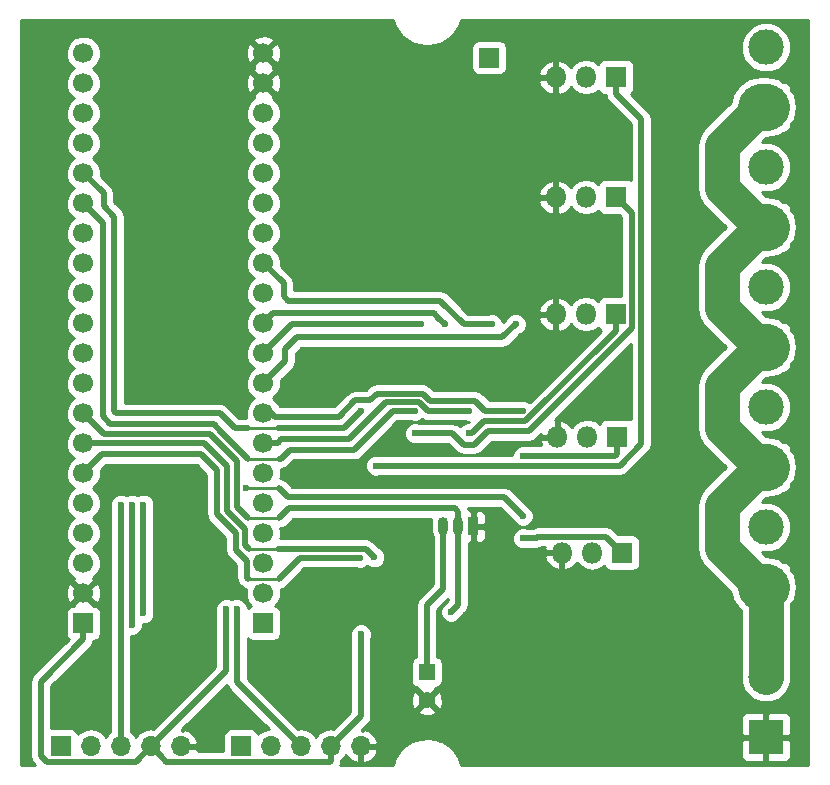
<source format=gbl>
G04 #@! TF.FileFunction,Copper,L2,Bot,Signal*
%FSLAX46Y46*%
G04 Gerber Fmt 4.6, Leading zero omitted, Abs format (unit mm)*
G04 Created by KiCad (PCBNEW 4.0.7) date 08/30/18 09:04:44*
%MOMM*%
%LPD*%
G01*
G04 APERTURE LIST*
%ADD10C,0.100000*%
%ADD11R,1.800000X1.800000*%
%ADD12O,1.800000X1.800000*%
%ADD13R,3.000000X3.000000*%
%ADD14C,3.000000*%
%ADD15R,1.700000X1.700000*%
%ADD16O,1.700000X1.700000*%
%ADD17O,0.900000X1.500000*%
%ADD18R,0.900000X1.500000*%
%ADD19R,1.400000X1.400000*%
%ADD20C,1.400000*%
%ADD21C,1.700000*%
%ADD22C,0.600000*%
%ADD23C,0.500000*%
%ADD24C,3.000000*%
%ADD25C,4.000000*%
%ADD26C,0.250000*%
%ADD27C,0.254000*%
G04 APERTURE END LIST*
D10*
D11*
X203200000Y-73660000D03*
D12*
X200660000Y-73660000D03*
X198120000Y-73660000D03*
D11*
X203200000Y-83820000D03*
D12*
X200660000Y-83820000D03*
X198120000Y-83820000D03*
D11*
X203200000Y-93726000D03*
D12*
X200660000Y-93726000D03*
X198120000Y-93726000D03*
D11*
X203327000Y-104140000D03*
D12*
X200787000Y-104140000D03*
X198247000Y-104140000D03*
D11*
X203708000Y-113919000D03*
D12*
X201168000Y-113919000D03*
X198628000Y-113919000D03*
D13*
X215900000Y-129540000D03*
D14*
X215900000Y-124460000D03*
D15*
X156210000Y-130302000D03*
D16*
X158750000Y-130302000D03*
X161290000Y-130302000D03*
X163830000Y-130302000D03*
X166370000Y-130302000D03*
D15*
X171450000Y-130302000D03*
D16*
X173990000Y-130302000D03*
X176530000Y-130302000D03*
X179070000Y-130302000D03*
X181610000Y-130302000D03*
D13*
X215900000Y-116840000D03*
D14*
X215900000Y-111760000D03*
D13*
X215900000Y-96520000D03*
D14*
X215900000Y-91440000D03*
D13*
X215900000Y-76200000D03*
D14*
X215900000Y-71120000D03*
D15*
X192468500Y-72009000D03*
D13*
X215900000Y-106680000D03*
D14*
X215900000Y-101600000D03*
D13*
X215900000Y-86360000D03*
D14*
X215900000Y-81280000D03*
D17*
X189865000Y-111696500D03*
X188595000Y-111696500D03*
D18*
X191135000Y-111696500D03*
D19*
X187198000Y-124022000D03*
D20*
X187198000Y-126422000D03*
D15*
X158115000Y-119888000D03*
D21*
X158115000Y-117348000D03*
X158115000Y-114808000D03*
X158115000Y-112268000D03*
X158115000Y-109728000D03*
X158115000Y-107188000D03*
X158115000Y-104648000D03*
X158115000Y-102108000D03*
X158115000Y-99568000D03*
X158115000Y-97028000D03*
X158115000Y-94488000D03*
X158115000Y-91948000D03*
X158115000Y-89408000D03*
X158115000Y-86868000D03*
X158115000Y-84328000D03*
X158115000Y-81788000D03*
X158115000Y-79248000D03*
X158115000Y-76708000D03*
X158115000Y-74168000D03*
X158115000Y-71628000D03*
X173355000Y-71628000D03*
X173355000Y-74168000D03*
X173355000Y-76708000D03*
X173355000Y-79248000D03*
X173355000Y-81788000D03*
X173355000Y-84328000D03*
X173355000Y-86868000D03*
X173355000Y-89408000D03*
X173355000Y-91948000D03*
X173355000Y-94488000D03*
X173355000Y-97028000D03*
X173355000Y-99568000D03*
X173355000Y-102108000D03*
X173355000Y-104648000D03*
X173355000Y-107188000D03*
X173355000Y-109728000D03*
X173355000Y-112268000D03*
X173355000Y-114808000D03*
X173355000Y-117348000D03*
D15*
X173355000Y-119888000D03*
D22*
X170180000Y-118681500D03*
X181610000Y-120838000D03*
X186706000Y-94582000D03*
X188706000Y-94582000D03*
X192706000Y-94582000D03*
X194706000Y-94582000D03*
X195326000Y-112710000D03*
X190754000Y-103820000D03*
X182880000Y-106553000D03*
X195326000Y-105730000D03*
X163195000Y-119062500D03*
X163195000Y-109855000D03*
X162242500Y-120015000D03*
X162242500Y-109855000D03*
X161290000Y-109855000D03*
X171132500Y-118681500D03*
X181493925Y-114351510D03*
X182753000Y-114300000D03*
X189230000Y-118938000D03*
X195326000Y-110810000D03*
X171894500Y-108458000D03*
X190754000Y-101920000D03*
X181610000Y-101920000D03*
X195326000Y-101920000D03*
X186182000Y-101920000D03*
X186182000Y-103820000D03*
D23*
X188595000Y-111696500D02*
X188595000Y-116967000D01*
X188595000Y-116967000D02*
X187198000Y-118364000D01*
X187198000Y-118364000D02*
X187198000Y-124022000D01*
X170180000Y-118681500D02*
X170180000Y-123952000D01*
X170180000Y-123952000D02*
X163830000Y-130302000D01*
X154495500Y-131097502D02*
X154495500Y-124857500D01*
X154495500Y-124857500D02*
X158115000Y-121238000D01*
X158115000Y-121238000D02*
X158115000Y-119888000D01*
X163830000Y-130302000D02*
X162529999Y-131602001D01*
X162529999Y-131602001D02*
X154999999Y-131602001D01*
X154999999Y-131602001D02*
X154495500Y-131097502D01*
X179070000Y-130302000D02*
X179070000Y-131504081D01*
X179070000Y-131504081D02*
X178972080Y-131602001D01*
X178972080Y-131602001D02*
X165130001Y-131602001D01*
X165130001Y-131602001D02*
X164679999Y-131151999D01*
X164679999Y-131151999D02*
X163830000Y-130302000D01*
X179070000Y-130302000D02*
X181610000Y-127762000D01*
X181610000Y-127762000D02*
X181610000Y-120838000D01*
D24*
X215900000Y-124460000D02*
X215900000Y-116840000D01*
D25*
X215900000Y-86360000D02*
X215503998Y-86360000D01*
D24*
X215503998Y-86360000D02*
X212199999Y-83056001D01*
X212199999Y-79503999D02*
X215503998Y-76200000D01*
X212199999Y-83056001D02*
X212199999Y-79503999D01*
D25*
X215503998Y-76200000D02*
X215900000Y-76200000D01*
X215900000Y-96520000D02*
X215503998Y-96520000D01*
D24*
X215503998Y-96520000D02*
X212199999Y-93216001D01*
X212199999Y-89663999D02*
X215503998Y-86360000D01*
X212199999Y-93216001D02*
X212199999Y-89663999D01*
D25*
X215900000Y-106680000D02*
X215503998Y-106680000D01*
D24*
X215503998Y-106680000D02*
X212199999Y-103376001D01*
X212199999Y-99823999D02*
X215503998Y-96520000D01*
X212199999Y-103376001D02*
X212199999Y-99823999D01*
D25*
X215900000Y-116840000D02*
X215503998Y-116840000D01*
D24*
X215503998Y-116840000D02*
X212199999Y-113536001D01*
X212199999Y-109983999D02*
X215503998Y-106680000D01*
X212199999Y-113536001D02*
X212199999Y-109983999D01*
D23*
X186706000Y-94582000D02*
X175801000Y-94582000D01*
X175801000Y-94582000D02*
X173355000Y-97028000D01*
X188150500Y-94026500D02*
X188706000Y-94582000D01*
X173355000Y-94488000D02*
X174204999Y-93638001D01*
X174204999Y-93638001D02*
X187762001Y-93638001D01*
X187762001Y-93638001D02*
X188150500Y-94026500D01*
X173355000Y-89408000D02*
X175069500Y-91122500D01*
X175069500Y-91122500D02*
X175069500Y-92202000D01*
X175069500Y-92202000D02*
X175450500Y-92583000D01*
X175450500Y-92583000D02*
X188341000Y-92583000D01*
X188341000Y-92583000D02*
X190340000Y-94582000D01*
X190340000Y-94582000D02*
X192706000Y-94582000D01*
X193593500Y-95694500D02*
X194706000Y-94582000D01*
X175196500Y-96710500D02*
X176212500Y-95694500D01*
X176212500Y-95694500D02*
X193593500Y-95694500D01*
X175196500Y-97726500D02*
X175196500Y-96710500D01*
X173355000Y-99568000D02*
X175196500Y-97726500D01*
X195326000Y-112710000D02*
X196476000Y-112710000D01*
X196476000Y-112710000D02*
X196617001Y-112568999D01*
X196617001Y-112568999D02*
X202357999Y-112568999D01*
X202357999Y-112568999D02*
X203708000Y-113919000D01*
X203200000Y-95126000D02*
X203200000Y-93726000D01*
X195517989Y-102808011D02*
X203200000Y-95126000D01*
X192065989Y-102808011D02*
X195517989Y-102808011D01*
X190754000Y-103820000D02*
X191054000Y-103820000D01*
X191054000Y-103820000D02*
X192065989Y-102808011D01*
X182880000Y-106553000D02*
X203524002Y-106553000D01*
X203524002Y-106553000D02*
X205359000Y-104718002D01*
X205359000Y-104718002D02*
X205359000Y-77219000D01*
X205359000Y-77219000D02*
X203200000Y-75060000D01*
X203200000Y-75060000D02*
X203200000Y-73660000D01*
X203327000Y-104140000D02*
X203327000Y-105540000D01*
X203327000Y-105540000D02*
X203137000Y-105730000D01*
X203137000Y-105730000D02*
X195326000Y-105730000D01*
X163195000Y-109855000D02*
X163195000Y-119062500D01*
X162242500Y-109855000D02*
X162242500Y-120015000D01*
X161290000Y-109855000D02*
X161290000Y-130302000D01*
X171132500Y-118681500D02*
X171132500Y-124904500D01*
X171132500Y-124904500D02*
X171450000Y-125222000D01*
X171450000Y-125222000D02*
X176530000Y-130302000D01*
X176276000Y-130048000D02*
X176530000Y-130302000D01*
X176466500Y-114351510D02*
X181493925Y-114351510D01*
X174688500Y-116141500D02*
X174688500Y-116129510D01*
X174688500Y-116129510D02*
X176466500Y-114351510D01*
X171958000Y-114617500D02*
X171958000Y-116014500D01*
X171958000Y-116014500D02*
X172085000Y-116141500D01*
X158115000Y-107188000D02*
X159702500Y-105600500D01*
X159702500Y-105600500D02*
X168084500Y-105600500D01*
X168084500Y-105600500D02*
X169418000Y-106934000D01*
X169418000Y-106934000D02*
X169418000Y-110680500D01*
X169418000Y-110680500D02*
X171005500Y-112268000D01*
X171005500Y-113665000D02*
X171958000Y-114617500D01*
X171005500Y-112268000D02*
X171005500Y-113665000D01*
D26*
X172085000Y-116141500D02*
X174688500Y-116141500D01*
D23*
X158115000Y-104648000D02*
X168338500Y-104648000D01*
X170307000Y-106616500D02*
X170307000Y-110426500D01*
X168338500Y-104648000D02*
X170307000Y-106616500D01*
X170307000Y-110426500D02*
X171831000Y-111950500D01*
X171831000Y-111950500D02*
X171831000Y-113284000D01*
X171831000Y-113284000D02*
X172148500Y-113601500D01*
D26*
X172148500Y-113601500D02*
X174625000Y-113601500D01*
D23*
X174625000Y-113601500D02*
X182054500Y-113601500D01*
X182054500Y-113601500D02*
X182753000Y-114300000D01*
X175514000Y-110172500D02*
X189591000Y-110172500D01*
X189591000Y-110172500D02*
X189865000Y-110446500D01*
X189865000Y-110446500D02*
X189865000Y-111696500D01*
X174688500Y-110998000D02*
X175514000Y-110172500D01*
X189865000Y-111696500D02*
X189865000Y-118303000D01*
X189865000Y-118303000D02*
X189738000Y-118430000D01*
X158115000Y-102108000D02*
X159893000Y-103886000D01*
X159893000Y-103886000D02*
X168846500Y-103886000D01*
X168846500Y-103886000D02*
X171132500Y-106172000D01*
X171132500Y-106172000D02*
X171132500Y-110045500D01*
X171132500Y-110045500D02*
X172085000Y-110998000D01*
D26*
X172085000Y-110998000D02*
X174688500Y-110998000D01*
D23*
X189738000Y-118430000D02*
X189230000Y-118938000D01*
X193738500Y-109222500D02*
X195326000Y-110810000D01*
X193738500Y-109222500D02*
X175453000Y-109222500D01*
X175453000Y-109222500D02*
X174688500Y-108458000D01*
D26*
X171894500Y-108458000D02*
X174688500Y-108458000D01*
D23*
X173355000Y-104648000D02*
X174557081Y-104648000D01*
X174557081Y-104648000D02*
X174878092Y-104326989D01*
X174878092Y-104326989D02*
X180597511Y-104326989D01*
X180597511Y-104326989D02*
X183754502Y-101169998D01*
X183754502Y-101169998D02*
X186542002Y-101169998D01*
X187292004Y-101920000D02*
X189604000Y-101920000D01*
X189604000Y-101920000D02*
X190754000Y-101920000D01*
X186542002Y-101169998D02*
X187292004Y-101920000D01*
X174625000Y-103378000D02*
X180152000Y-103378000D01*
X180152000Y-103378000D02*
X180596500Y-102933500D01*
X180596500Y-102933500D02*
X181610000Y-101920000D01*
X158115000Y-81788000D02*
X159829500Y-83502500D01*
X160718500Y-85471000D02*
X160718500Y-101917500D01*
X159829500Y-83502500D02*
X159829500Y-84582000D01*
X159829500Y-84582000D02*
X160718500Y-85471000D01*
X160909000Y-102108000D02*
X169672000Y-102108000D01*
X160718500Y-101917500D02*
X160909000Y-102108000D01*
X169672000Y-102108000D02*
X170942000Y-103378000D01*
X170942000Y-103378000D02*
X172085000Y-103378000D01*
D26*
X172085000Y-103378000D02*
X174625000Y-103378000D01*
D23*
X173355000Y-102108000D02*
X173990000Y-102108000D01*
X174307500Y-102425500D02*
X179717987Y-102425500D01*
X173990000Y-102108000D02*
X174307500Y-102425500D01*
X179717987Y-102425500D02*
X181114987Y-101028500D01*
X181114987Y-101028500D02*
X182384987Y-101028500D01*
X182384987Y-101028500D02*
X182943500Y-100469987D01*
X182943500Y-100469987D02*
X186831956Y-100469987D01*
X186831956Y-100469987D02*
X187431969Y-101070000D01*
X187431969Y-101070000D02*
X191303500Y-101070000D01*
X191303500Y-101070000D02*
X192153500Y-101920000D01*
X192153500Y-101920000D02*
X195326000Y-101920000D01*
X174657001Y-105949499D02*
X174847501Y-105949499D01*
X174847501Y-105949499D02*
X175579501Y-105217499D01*
X175579501Y-105217499D02*
X181040501Y-105217499D01*
X181040501Y-105217499D02*
X184338000Y-101920000D01*
X184338000Y-101920000D02*
X186182000Y-101920000D01*
X169799000Y-103663499D02*
X172085000Y-105949499D01*
X160401000Y-102997000D02*
X169132501Y-102997000D01*
X169132501Y-102997000D02*
X169799000Y-103663499D01*
X159766000Y-102362000D02*
X160401000Y-102997000D01*
X159766000Y-85979000D02*
X159766000Y-102362000D01*
X158115000Y-84328000D02*
X159766000Y-85979000D01*
D26*
X172085000Y-105949499D02*
X174657001Y-105949499D01*
D23*
X203200000Y-83820000D02*
X204550001Y-85170001D01*
X204550001Y-85170001D02*
X204550001Y-94915999D01*
X204550001Y-94915999D02*
X195834000Y-103632000D01*
X195834000Y-103632000D02*
X192341500Y-103632000D01*
X192341500Y-103632000D02*
X191198500Y-104775000D01*
X191198500Y-104775000D02*
X190309500Y-104775000D01*
X190309500Y-104775000D02*
X189354500Y-103820000D01*
X189354500Y-103820000D02*
X186182000Y-103820000D01*
D27*
G36*
X184389653Y-69085328D02*
X184476085Y-69293991D01*
X184495668Y-69341269D01*
X184991210Y-70082901D01*
X185127796Y-70219486D01*
X185187099Y-70278789D01*
X185928731Y-70774332D01*
X185961521Y-70787914D01*
X186184672Y-70880347D01*
X187059487Y-71054358D01*
X187336514Y-71054358D01*
X188211328Y-70880347D01*
X188467269Y-70774332D01*
X189208901Y-70278790D01*
X189404789Y-70082901D01*
X189900332Y-69341269D01*
X190001055Y-69098103D01*
X190006347Y-69085328D01*
X190066683Y-68782000D01*
X219508000Y-68782000D01*
X219508000Y-131878000D01*
X190066683Y-131878000D01*
X190006347Y-131574672D01*
X189928741Y-131387317D01*
X189900332Y-131318731D01*
X189404789Y-130577099D01*
X189353899Y-130526209D01*
X189208901Y-130381210D01*
X188467269Y-129885668D01*
X188322616Y-129825750D01*
X213765000Y-129825750D01*
X213765000Y-131166309D01*
X213861673Y-131399698D01*
X214040301Y-131578327D01*
X214273690Y-131675000D01*
X215614250Y-131675000D01*
X215773000Y-131516250D01*
X215773000Y-129667000D01*
X216027000Y-129667000D01*
X216027000Y-131516250D01*
X216185750Y-131675000D01*
X217526310Y-131675000D01*
X217759699Y-131578327D01*
X217938327Y-131399698D01*
X218035000Y-131166309D01*
X218035000Y-129825750D01*
X217876250Y-129667000D01*
X216027000Y-129667000D01*
X215773000Y-129667000D01*
X213923750Y-129667000D01*
X213765000Y-129825750D01*
X188322616Y-129825750D01*
X188211328Y-129779653D01*
X187336514Y-129605642D01*
X187198001Y-129605642D01*
X186184672Y-129779653D01*
X186034746Y-129841755D01*
X185928731Y-129885668D01*
X185187099Y-130381211D01*
X184991210Y-130577099D01*
X184495669Y-131318730D01*
X184495668Y-131318731D01*
X184389653Y-131574672D01*
X184329317Y-131878000D01*
X179864084Y-131878000D01*
X179887633Y-131842756D01*
X179922412Y-131667911D01*
X179955001Y-131504081D01*
X179955000Y-131504076D01*
X179955000Y-131491432D01*
X180120054Y-131381147D01*
X180347702Y-131040447D01*
X180414817Y-131183358D01*
X180843076Y-131573645D01*
X181253110Y-131743476D01*
X181483000Y-131622155D01*
X181483000Y-130429000D01*
X181737000Y-130429000D01*
X181737000Y-131622155D01*
X181966890Y-131743476D01*
X182376924Y-131573645D01*
X182805183Y-131183358D01*
X183051486Y-130658892D01*
X182930819Y-130429000D01*
X181737000Y-130429000D01*
X181483000Y-130429000D01*
X181463000Y-130429000D01*
X181463000Y-130175000D01*
X181483000Y-130175000D01*
X181483000Y-130155000D01*
X181737000Y-130155000D01*
X181737000Y-130175000D01*
X182930819Y-130175000D01*
X183051486Y-129945108D01*
X182805183Y-129420642D01*
X182376924Y-129030355D01*
X181966890Y-128860524D01*
X181737002Y-128981844D01*
X181737002Y-128886577D01*
X182235787Y-128387792D01*
X182235790Y-128387790D01*
X182427633Y-128100675D01*
X182464826Y-127913691D01*
X213765000Y-127913691D01*
X213765000Y-129254250D01*
X213923750Y-129413000D01*
X215773000Y-129413000D01*
X215773000Y-127563750D01*
X216027000Y-127563750D01*
X216027000Y-129413000D01*
X217876250Y-129413000D01*
X218035000Y-129254250D01*
X218035000Y-127913691D01*
X217938327Y-127680302D01*
X217759699Y-127501673D01*
X217526310Y-127405000D01*
X216185750Y-127405000D01*
X216027000Y-127563750D01*
X215773000Y-127563750D01*
X215614250Y-127405000D01*
X214273690Y-127405000D01*
X214040301Y-127501673D01*
X213861673Y-127680302D01*
X213765000Y-127913691D01*
X182464826Y-127913691D01*
X182495000Y-127762000D01*
X182495000Y-127357275D01*
X186442331Y-127357275D01*
X186504169Y-127593042D01*
X187005122Y-127769419D01*
X187535440Y-127740664D01*
X187891831Y-127593042D01*
X187953669Y-127357275D01*
X187198000Y-126601605D01*
X186442331Y-127357275D01*
X182495000Y-127357275D01*
X182495000Y-126229122D01*
X185850581Y-126229122D01*
X185879336Y-126759440D01*
X186026958Y-127115831D01*
X186262725Y-127177669D01*
X187018395Y-126422000D01*
X187377605Y-126422000D01*
X188133275Y-127177669D01*
X188369042Y-127115831D01*
X188545419Y-126614878D01*
X188516664Y-126084560D01*
X188369042Y-125728169D01*
X188133275Y-125666331D01*
X187377605Y-126422000D01*
X187018395Y-126422000D01*
X186262725Y-125666331D01*
X186026958Y-125728169D01*
X185850581Y-126229122D01*
X182495000Y-126229122D01*
X182495000Y-121144822D01*
X182544838Y-121024799D01*
X182545162Y-120652833D01*
X182403117Y-120309057D01*
X182140327Y-120045808D01*
X181796799Y-119903162D01*
X181424833Y-119902838D01*
X181081057Y-120044883D01*
X180817808Y-120307673D01*
X180675162Y-120651201D01*
X180674838Y-121023167D01*
X180725000Y-121144569D01*
X180725000Y-127395421D01*
X179288960Y-128831461D01*
X179070000Y-128787907D01*
X178501715Y-128900946D01*
X178019946Y-129222853D01*
X177800000Y-129552026D01*
X177580054Y-129222853D01*
X177098285Y-128900946D01*
X176530000Y-128787907D01*
X176311040Y-128831461D01*
X172075790Y-124596210D01*
X172075787Y-124596208D01*
X172017500Y-124537921D01*
X172017500Y-121153061D01*
X172040910Y-121189441D01*
X172253110Y-121334431D01*
X172505000Y-121385440D01*
X174205000Y-121385440D01*
X174440317Y-121341162D01*
X174656441Y-121202090D01*
X174801431Y-120989890D01*
X174852440Y-120738000D01*
X174852440Y-119038000D01*
X174808162Y-118802683D01*
X174669090Y-118586559D01*
X174456890Y-118441569D01*
X174377557Y-118425504D01*
X174613188Y-118190283D01*
X174839742Y-117644681D01*
X174840257Y-117053911D01*
X174818266Y-117000688D01*
X175027175Y-116959133D01*
X175314290Y-116767290D01*
X175338434Y-116731156D01*
X176833079Y-115236510D01*
X181187103Y-115236510D01*
X181307126Y-115286348D01*
X181679092Y-115286672D01*
X182022868Y-115144627D01*
X182149162Y-115018553D01*
X182222673Y-115092192D01*
X182566201Y-115234838D01*
X182938167Y-115235162D01*
X183281943Y-115093117D01*
X183545192Y-114830327D01*
X183687838Y-114486799D01*
X183688162Y-114114833D01*
X183546117Y-113771057D01*
X183283327Y-113507808D01*
X183162013Y-113457434D01*
X182680290Y-112975710D01*
X182578466Y-112907674D01*
X182393175Y-112783867D01*
X182336984Y-112772690D01*
X182054500Y-112716499D01*
X182054495Y-112716500D01*
X174776701Y-112716500D01*
X174839742Y-112564681D01*
X174840257Y-111973911D01*
X174794021Y-111862011D01*
X175027174Y-111815633D01*
X175314290Y-111623790D01*
X175880579Y-111057500D01*
X187572034Y-111057500D01*
X187510000Y-111369366D01*
X187510000Y-112023634D01*
X187592591Y-112438846D01*
X187710000Y-112614561D01*
X187710000Y-116600421D01*
X186572210Y-117738210D01*
X186380367Y-118025325D01*
X186380367Y-118025326D01*
X186312999Y-118364000D01*
X186313000Y-118364005D01*
X186313000Y-122709370D01*
X186262683Y-122718838D01*
X186046559Y-122857910D01*
X185901569Y-123070110D01*
X185850560Y-123322000D01*
X185850560Y-124722000D01*
X185894838Y-124957317D01*
X186033910Y-125173441D01*
X186246110Y-125318431D01*
X186474349Y-125364651D01*
X186442331Y-125486725D01*
X187198000Y-126242395D01*
X187953669Y-125486725D01*
X187921736Y-125364974D01*
X188133317Y-125325162D01*
X188349441Y-125186090D01*
X188494431Y-124973890D01*
X188545440Y-124722000D01*
X188545440Y-123322000D01*
X188501162Y-123086683D01*
X188362090Y-122870559D01*
X188149890Y-122725569D01*
X188083000Y-122712023D01*
X188083000Y-118730580D01*
X188980000Y-117833579D01*
X188980000Y-117936421D01*
X188821165Y-118095256D01*
X188701057Y-118144883D01*
X188437808Y-118407673D01*
X188295162Y-118751201D01*
X188294838Y-119123167D01*
X188436883Y-119466943D01*
X188699673Y-119730192D01*
X189043201Y-119872838D01*
X189415167Y-119873162D01*
X189758943Y-119731117D01*
X190022192Y-119468327D01*
X190072566Y-119347014D01*
X190363787Y-119055792D01*
X190363790Y-119055790D01*
X190490787Y-118928792D01*
X190490790Y-118928790D01*
X190682633Y-118641675D01*
X190693596Y-118586559D01*
X190750001Y-118303000D01*
X190750000Y-118302995D01*
X190750000Y-114283740D01*
X197136964Y-114283740D01*
X197315760Y-114715417D01*
X197720424Y-115156966D01*
X198263258Y-115410046D01*
X198501000Y-115289997D01*
X198501000Y-114046000D01*
X197257622Y-114046000D01*
X197136964Y-114283740D01*
X190750000Y-114283740D01*
X190750000Y-113081500D01*
X190849250Y-113081500D01*
X191008000Y-112922750D01*
X191008000Y-111823500D01*
X191262000Y-111823500D01*
X191262000Y-112922750D01*
X191420750Y-113081500D01*
X191711309Y-113081500D01*
X191944698Y-112984827D01*
X192034358Y-112895167D01*
X194390838Y-112895167D01*
X194532883Y-113238943D01*
X194795673Y-113502192D01*
X195139201Y-113644838D01*
X195511167Y-113645162D01*
X195632569Y-113595000D01*
X196475995Y-113595000D01*
X196476000Y-113595001D01*
X196783284Y-113533877D01*
X196814675Y-113527633D01*
X196924877Y-113453999D01*
X197178491Y-113453999D01*
X197136964Y-113554260D01*
X197257622Y-113792000D01*
X198501000Y-113792000D01*
X198501000Y-113772000D01*
X198755000Y-113772000D01*
X198755000Y-113792000D01*
X198775000Y-113792000D01*
X198775000Y-114046000D01*
X198755000Y-114046000D01*
X198755000Y-115289997D01*
X198992742Y-115410046D01*
X199535576Y-115156966D01*
X199893499Y-114766418D01*
X200052519Y-115004409D01*
X200550509Y-115337155D01*
X201137928Y-115454000D01*
X201198072Y-115454000D01*
X201785491Y-115337155D01*
X202206026Y-115056163D01*
X202343910Y-115270441D01*
X202556110Y-115415431D01*
X202808000Y-115466440D01*
X204608000Y-115466440D01*
X204843317Y-115422162D01*
X205059441Y-115283090D01*
X205204431Y-115070890D01*
X205255440Y-114819000D01*
X205255440Y-113019000D01*
X205211162Y-112783683D01*
X205072090Y-112567559D01*
X204859890Y-112422569D01*
X204608000Y-112371560D01*
X203412140Y-112371560D01*
X202983789Y-111943209D01*
X202696674Y-111751366D01*
X202640483Y-111740189D01*
X202357999Y-111683998D01*
X202357994Y-111683999D01*
X196617006Y-111683999D01*
X196617001Y-111683998D01*
X196278327Y-111751365D01*
X196183055Y-111815024D01*
X196168124Y-111825000D01*
X195632822Y-111825000D01*
X195512799Y-111775162D01*
X195140833Y-111774838D01*
X194797057Y-111916883D01*
X194533808Y-112179673D01*
X194391162Y-112523201D01*
X194390838Y-112895167D01*
X192034358Y-112895167D01*
X192123327Y-112806199D01*
X192220000Y-112572810D01*
X192220000Y-111982250D01*
X192061250Y-111823500D01*
X191262000Y-111823500D01*
X191008000Y-111823500D01*
X190988000Y-111823500D01*
X190988000Y-111569500D01*
X191008000Y-111569500D01*
X191008000Y-110470250D01*
X191262000Y-110470250D01*
X191262000Y-111569500D01*
X192061250Y-111569500D01*
X192220000Y-111410750D01*
X192220000Y-110820190D01*
X192123327Y-110586801D01*
X191944698Y-110408173D01*
X191711309Y-110311500D01*
X191420750Y-110311500D01*
X191262000Y-110470250D01*
X191008000Y-110470250D01*
X190849250Y-110311500D01*
X190723148Y-110311500D01*
X190682634Y-110107826D01*
X190682416Y-110107500D01*
X193371920Y-110107500D01*
X194483255Y-111218834D01*
X194532883Y-111338943D01*
X194795673Y-111602192D01*
X195139201Y-111744838D01*
X195511167Y-111745162D01*
X195854943Y-111603117D01*
X196118192Y-111340327D01*
X196260838Y-110996799D01*
X196261162Y-110624833D01*
X196119117Y-110281057D01*
X195856327Y-110017808D01*
X195735013Y-109967434D01*
X194364290Y-108596710D01*
X194181128Y-108474326D01*
X194077175Y-108404867D01*
X194020984Y-108393690D01*
X193738500Y-108337499D01*
X193738495Y-108337500D01*
X175819579Y-108337500D01*
X175314290Y-107832210D01*
X175027174Y-107640367D01*
X174794328Y-107594050D01*
X174839742Y-107484681D01*
X174840257Y-106893911D01*
X174815709Y-106834499D01*
X174847496Y-106834499D01*
X174847501Y-106834500D01*
X175129985Y-106778309D01*
X175186176Y-106767132D01*
X175473291Y-106575289D01*
X175473292Y-106575288D01*
X175946080Y-106102499D01*
X181040496Y-106102499D01*
X181040501Y-106102500D01*
X181322985Y-106046309D01*
X181379176Y-106035132D01*
X181666291Y-105843289D01*
X184704579Y-102805000D01*
X185875178Y-102805000D01*
X185995201Y-102854838D01*
X186367167Y-102855162D01*
X186710943Y-102713117D01*
X186793419Y-102630785D01*
X186953329Y-102737633D01*
X187000415Y-102746999D01*
X187292004Y-102805001D01*
X187292009Y-102805000D01*
X190447178Y-102805000D01*
X190567201Y-102854838D01*
X190767408Y-102855012D01*
X190737435Y-102884985D01*
X190568833Y-102884838D01*
X190225057Y-103026883D01*
X190018830Y-103232750D01*
X189980290Y-103194210D01*
X189909163Y-103146685D01*
X189693175Y-103002367D01*
X189619892Y-102987790D01*
X189354500Y-102934999D01*
X189354495Y-102935000D01*
X186488822Y-102935000D01*
X186368799Y-102885162D01*
X185996833Y-102884838D01*
X185653057Y-103026883D01*
X185389808Y-103289673D01*
X185247162Y-103633201D01*
X185246838Y-104005167D01*
X185388883Y-104348943D01*
X185651673Y-104612192D01*
X185995201Y-104754838D01*
X186367167Y-104755162D01*
X186488569Y-104705000D01*
X188987920Y-104705000D01*
X189683708Y-105400787D01*
X189683710Y-105400790D01*
X189970825Y-105592633D01*
X190010375Y-105600500D01*
X190309500Y-105660001D01*
X190309505Y-105660000D01*
X191198495Y-105660000D01*
X191198500Y-105660001D01*
X191497625Y-105600500D01*
X191537175Y-105592633D01*
X191824290Y-105400790D01*
X192708079Y-104517000D01*
X195833995Y-104517000D01*
X195834000Y-104517001D01*
X196116484Y-104460810D01*
X196172675Y-104449633D01*
X196459790Y-104257790D01*
X196818702Y-103898878D01*
X196876622Y-104013000D01*
X198120000Y-104013000D01*
X198120000Y-102769003D01*
X198006094Y-102711486D01*
X204474000Y-96243579D01*
X204474000Y-102642579D01*
X204227000Y-102592560D01*
X202427000Y-102592560D01*
X202191683Y-102636838D01*
X201975559Y-102775910D01*
X201830569Y-102988110D01*
X201827281Y-103004344D01*
X201404491Y-102721845D01*
X200817072Y-102605000D01*
X200756928Y-102605000D01*
X200169509Y-102721845D01*
X199671519Y-103054591D01*
X199512499Y-103292582D01*
X199154576Y-102902034D01*
X198611742Y-102648954D01*
X198374000Y-102769003D01*
X198374000Y-104013000D01*
X198394000Y-104013000D01*
X198394000Y-104267000D01*
X198374000Y-104267000D01*
X198374000Y-104287000D01*
X198120000Y-104287000D01*
X198120000Y-104267000D01*
X196876622Y-104267000D01*
X196755964Y-104504740D01*
X196896896Y-104845000D01*
X195632822Y-104845000D01*
X195512799Y-104795162D01*
X195140833Y-104794838D01*
X194797057Y-104936883D01*
X194533808Y-105199673D01*
X194391162Y-105543201D01*
X194391053Y-105668000D01*
X183186822Y-105668000D01*
X183066799Y-105618162D01*
X182694833Y-105617838D01*
X182351057Y-105759883D01*
X182087808Y-106022673D01*
X181945162Y-106366201D01*
X181944838Y-106738167D01*
X182086883Y-107081943D01*
X182349673Y-107345192D01*
X182693201Y-107487838D01*
X183065167Y-107488162D01*
X183186569Y-107438000D01*
X203523997Y-107438000D01*
X203524002Y-107438001D01*
X203806486Y-107381810D01*
X203862677Y-107370633D01*
X204149792Y-107178790D01*
X205984787Y-105343794D01*
X205984790Y-105343792D01*
X206176633Y-105056677D01*
X206200462Y-104936883D01*
X206244001Y-104718002D01*
X206244000Y-104717997D01*
X206244000Y-79503999D01*
X210064999Y-79503999D01*
X210064999Y-83056001D01*
X210227516Y-83873030D01*
X210690326Y-84565674D01*
X212484652Y-86360000D01*
X210690326Y-88154326D01*
X210227516Y-88846970D01*
X210064999Y-89663999D01*
X210064999Y-93216001D01*
X210227516Y-94033030D01*
X210690326Y-94725674D01*
X212484652Y-96520000D01*
X210690326Y-98314326D01*
X210227516Y-99006970D01*
X210064999Y-99823999D01*
X210064999Y-103376001D01*
X210227516Y-104193030D01*
X210690326Y-104885674D01*
X212484652Y-106680000D01*
X210690326Y-108474326D01*
X210227516Y-109166970D01*
X210064999Y-109983999D01*
X210064999Y-113536001D01*
X210227516Y-114353030D01*
X210690326Y-115045674D01*
X212964432Y-117319780D01*
X213069575Y-117848371D01*
X213640772Y-118703226D01*
X213765000Y-118786233D01*
X213765000Y-124459282D01*
X213764630Y-124882815D01*
X214088980Y-125667800D01*
X214689041Y-126268909D01*
X215473459Y-126594628D01*
X216322815Y-126595370D01*
X217107800Y-126271020D01*
X217708909Y-125670959D01*
X218034628Y-124886541D01*
X218035370Y-124037185D01*
X218035000Y-124036290D01*
X218035000Y-118401431D01*
X218047440Y-118340000D01*
X218047440Y-118277871D01*
X218334423Y-117848371D01*
X218535000Y-116840000D01*
X218334423Y-115831629D01*
X218047440Y-115402129D01*
X218047440Y-115340000D01*
X218003162Y-115104683D01*
X217864090Y-114888559D01*
X217651890Y-114743569D01*
X217400000Y-114692560D01*
X217337871Y-114692560D01*
X216908371Y-114405577D01*
X215900000Y-114205000D01*
X215888344Y-114205000D01*
X215578063Y-113894719D01*
X216322815Y-113895370D01*
X217107800Y-113571020D01*
X217708909Y-112970959D01*
X218034628Y-112186541D01*
X218035370Y-111337185D01*
X217711020Y-110552200D01*
X217110959Y-109951091D01*
X216326541Y-109625372D01*
X215578625Y-109624719D01*
X215888344Y-109315000D01*
X215900000Y-109315000D01*
X216908371Y-109114423D01*
X217337871Y-108827440D01*
X217400000Y-108827440D01*
X217635317Y-108783162D01*
X217851441Y-108644090D01*
X217996431Y-108431890D01*
X218047440Y-108180000D01*
X218047440Y-108117871D01*
X218334423Y-107688371D01*
X218535000Y-106680000D01*
X218334423Y-105671629D01*
X218047440Y-105242129D01*
X218047440Y-105180000D01*
X218003162Y-104944683D01*
X217864090Y-104728559D01*
X217651890Y-104583569D01*
X217400000Y-104532560D01*
X217337871Y-104532560D01*
X216908371Y-104245577D01*
X215900000Y-104045000D01*
X215888344Y-104045000D01*
X215578063Y-103734719D01*
X216322815Y-103735370D01*
X217107800Y-103411020D01*
X217708909Y-102810959D01*
X218034628Y-102026541D01*
X218035370Y-101177185D01*
X217711020Y-100392200D01*
X217110959Y-99791091D01*
X216326541Y-99465372D01*
X215578625Y-99464719D01*
X215888344Y-99155000D01*
X215900000Y-99155000D01*
X216908371Y-98954423D01*
X217337871Y-98667440D01*
X217400000Y-98667440D01*
X217635317Y-98623162D01*
X217851441Y-98484090D01*
X217996431Y-98271890D01*
X218047440Y-98020000D01*
X218047440Y-97957871D01*
X218334423Y-97528371D01*
X218535000Y-96520000D01*
X218334423Y-95511629D01*
X218047440Y-95082129D01*
X218047440Y-95020000D01*
X218003162Y-94784683D01*
X217864090Y-94568559D01*
X217651890Y-94423569D01*
X217400000Y-94372560D01*
X217337871Y-94372560D01*
X216908371Y-94085577D01*
X215900000Y-93885000D01*
X215888344Y-93885000D01*
X215578063Y-93574719D01*
X216322815Y-93575370D01*
X217107800Y-93251020D01*
X217708909Y-92650959D01*
X218034628Y-91866541D01*
X218035370Y-91017185D01*
X217711020Y-90232200D01*
X217110959Y-89631091D01*
X216326541Y-89305372D01*
X215578625Y-89304719D01*
X215888344Y-88995000D01*
X215900000Y-88995000D01*
X216908371Y-88794423D01*
X217337871Y-88507440D01*
X217400000Y-88507440D01*
X217635317Y-88463162D01*
X217851441Y-88324090D01*
X217996431Y-88111890D01*
X218047440Y-87860000D01*
X218047440Y-87797871D01*
X218334423Y-87368371D01*
X218535000Y-86360000D01*
X218334423Y-85351629D01*
X218047440Y-84922129D01*
X218047440Y-84860000D01*
X218003162Y-84624683D01*
X217864090Y-84408559D01*
X217651890Y-84263569D01*
X217400000Y-84212560D01*
X217337871Y-84212560D01*
X216908371Y-83925577D01*
X215900000Y-83725000D01*
X215888344Y-83725000D01*
X215578063Y-83414719D01*
X216322815Y-83415370D01*
X217107800Y-83091020D01*
X217708909Y-82490959D01*
X218034628Y-81706541D01*
X218035370Y-80857185D01*
X217711020Y-80072200D01*
X217110959Y-79471091D01*
X216326541Y-79145372D01*
X215578625Y-79144719D01*
X215888344Y-78835000D01*
X215900000Y-78835000D01*
X216908371Y-78634423D01*
X217337871Y-78347440D01*
X217400000Y-78347440D01*
X217635317Y-78303162D01*
X217851441Y-78164090D01*
X217996431Y-77951890D01*
X218047440Y-77700000D01*
X218047440Y-77637871D01*
X218334423Y-77208371D01*
X218535000Y-76200000D01*
X218334423Y-75191629D01*
X218047440Y-74762129D01*
X218047440Y-74700000D01*
X218003162Y-74464683D01*
X217864090Y-74248559D01*
X217651890Y-74103569D01*
X217400000Y-74052560D01*
X217337871Y-74052560D01*
X216908371Y-73765577D01*
X215900000Y-73565000D01*
X215503998Y-73565000D01*
X214495627Y-73765577D01*
X213640772Y-74336774D01*
X213069575Y-75191629D01*
X212964432Y-75720220D01*
X210690326Y-77994326D01*
X210227516Y-78686970D01*
X210064999Y-79503999D01*
X206244000Y-79503999D01*
X206244000Y-77219005D01*
X206244001Y-77219000D01*
X206176633Y-76880325D01*
X205984790Y-76593210D01*
X205984787Y-76593208D01*
X204468829Y-75077249D01*
X204551441Y-75024090D01*
X204696431Y-74811890D01*
X204747440Y-74560000D01*
X204747440Y-72760000D01*
X204703162Y-72524683D01*
X204564090Y-72308559D01*
X204351890Y-72163569D01*
X204100000Y-72112560D01*
X202300000Y-72112560D01*
X202064683Y-72156838D01*
X201848559Y-72295910D01*
X201703569Y-72508110D01*
X201700281Y-72524344D01*
X201277491Y-72241845D01*
X200690072Y-72125000D01*
X200629928Y-72125000D01*
X200042509Y-72241845D01*
X199544519Y-72574591D01*
X199385499Y-72812582D01*
X199027576Y-72422034D01*
X198484742Y-72168954D01*
X198247000Y-72289003D01*
X198247000Y-73533000D01*
X198267000Y-73533000D01*
X198267000Y-73787000D01*
X198247000Y-73787000D01*
X198247000Y-75030997D01*
X198484742Y-75151046D01*
X199027576Y-74897966D01*
X199385499Y-74507418D01*
X199544519Y-74745409D01*
X200042509Y-75078155D01*
X200629928Y-75195000D01*
X200690072Y-75195000D01*
X201277491Y-75078155D01*
X201698026Y-74797163D01*
X201835910Y-75011441D01*
X202048110Y-75156431D01*
X202300000Y-75207440D01*
X202344327Y-75207440D01*
X202347474Y-75223258D01*
X202382367Y-75398675D01*
X202552128Y-75652742D01*
X202574210Y-75685790D01*
X204474000Y-77585579D01*
X204474000Y-82407003D01*
X204351890Y-82323569D01*
X204100000Y-82272560D01*
X202300000Y-82272560D01*
X202064683Y-82316838D01*
X201848559Y-82455910D01*
X201703569Y-82668110D01*
X201700281Y-82684344D01*
X201277491Y-82401845D01*
X200690072Y-82285000D01*
X200629928Y-82285000D01*
X200042509Y-82401845D01*
X199544519Y-82734591D01*
X199385499Y-82972582D01*
X199027576Y-82582034D01*
X198484742Y-82328954D01*
X198247000Y-82449003D01*
X198247000Y-83693000D01*
X198267000Y-83693000D01*
X198267000Y-83947000D01*
X198247000Y-83947000D01*
X198247000Y-85190997D01*
X198484742Y-85311046D01*
X199027576Y-85057966D01*
X199385499Y-84667418D01*
X199544519Y-84905409D01*
X200042509Y-85238155D01*
X200629928Y-85355000D01*
X200690072Y-85355000D01*
X201277491Y-85238155D01*
X201698026Y-84957163D01*
X201835910Y-85171441D01*
X202048110Y-85316431D01*
X202300000Y-85367440D01*
X203495861Y-85367440D01*
X203665001Y-85536580D01*
X203665001Y-92178560D01*
X202300000Y-92178560D01*
X202064683Y-92222838D01*
X201848559Y-92361910D01*
X201703569Y-92574110D01*
X201700281Y-92590344D01*
X201277491Y-92307845D01*
X200690072Y-92191000D01*
X200629928Y-92191000D01*
X200042509Y-92307845D01*
X199544519Y-92640591D01*
X199385499Y-92878582D01*
X199027576Y-92488034D01*
X198484742Y-92234954D01*
X198247000Y-92355003D01*
X198247000Y-93599000D01*
X198267000Y-93599000D01*
X198267000Y-93853000D01*
X198247000Y-93853000D01*
X198247000Y-95096997D01*
X198484742Y-95217046D01*
X199027576Y-94963966D01*
X199385499Y-94573418D01*
X199544519Y-94811409D01*
X200042509Y-95144155D01*
X200629928Y-95261000D01*
X200690072Y-95261000D01*
X201277491Y-95144155D01*
X201698026Y-94863163D01*
X201835910Y-95077441D01*
X201931599Y-95142822D01*
X195901430Y-101172990D01*
X195856327Y-101127808D01*
X195512799Y-100985162D01*
X195140833Y-100984838D01*
X195019431Y-101035000D01*
X192520079Y-101035000D01*
X191929290Y-100444210D01*
X191867182Y-100402711D01*
X191642175Y-100252367D01*
X191585984Y-100241190D01*
X191303500Y-100184999D01*
X191303495Y-100185000D01*
X187798548Y-100185000D01*
X187457746Y-99844197D01*
X187375107Y-99788980D01*
X187170631Y-99652354D01*
X187114440Y-99641177D01*
X186831956Y-99584986D01*
X186831951Y-99584987D01*
X182943505Y-99584987D01*
X182943500Y-99584986D01*
X182661016Y-99641177D01*
X182604825Y-99652354D01*
X182317710Y-99844197D01*
X182317708Y-99844200D01*
X182018407Y-100143500D01*
X181114987Y-100143500D01*
X180776312Y-100210867D01*
X180489197Y-100402710D01*
X180489195Y-100402713D01*
X179351407Y-101540500D01*
X174727286Y-101540500D01*
X174614656Y-101267914D01*
X174197283Y-100849812D01*
X174169443Y-100838252D01*
X174195086Y-100827656D01*
X174613188Y-100410283D01*
X174839742Y-99864681D01*
X174840204Y-99334375D01*
X175822287Y-98352292D01*
X175822290Y-98352290D01*
X176014133Y-98065175D01*
X176023119Y-98020000D01*
X176081501Y-97726500D01*
X176081500Y-97726495D01*
X176081500Y-97077080D01*
X176579079Y-96579500D01*
X193593495Y-96579500D01*
X193593500Y-96579501D01*
X193892625Y-96520000D01*
X193932175Y-96512133D01*
X194219290Y-96320290D01*
X194219291Y-96320289D01*
X195114834Y-95424745D01*
X195234943Y-95375117D01*
X195498192Y-95112327D01*
X195640838Y-94768799D01*
X195641162Y-94396833D01*
X195514688Y-94090740D01*
X196628964Y-94090740D01*
X196807760Y-94522417D01*
X197212424Y-94963966D01*
X197755258Y-95217046D01*
X197993000Y-95096997D01*
X197993000Y-93853000D01*
X196749622Y-93853000D01*
X196628964Y-94090740D01*
X195514688Y-94090740D01*
X195499117Y-94053057D01*
X195236327Y-93789808D01*
X194892799Y-93647162D01*
X194520833Y-93646838D01*
X194177057Y-93788883D01*
X193913808Y-94051673D01*
X193863434Y-94172987D01*
X193640702Y-94395719D01*
X193499117Y-94053057D01*
X193236327Y-93789808D01*
X192892799Y-93647162D01*
X192520833Y-93646838D01*
X192399431Y-93697000D01*
X190706579Y-93697000D01*
X190370840Y-93361260D01*
X196628964Y-93361260D01*
X196749622Y-93599000D01*
X197993000Y-93599000D01*
X197993000Y-92355003D01*
X197755258Y-92234954D01*
X197212424Y-92488034D01*
X196807760Y-92929583D01*
X196628964Y-93361260D01*
X190370840Y-93361260D01*
X188966790Y-91957210D01*
X188831093Y-91866541D01*
X188679675Y-91765367D01*
X188593819Y-91748289D01*
X188341000Y-91697999D01*
X188340995Y-91698000D01*
X175954500Y-91698000D01*
X175954500Y-91122505D01*
X175954501Y-91122500D01*
X175887133Y-90783825D01*
X175823335Y-90688344D01*
X175695290Y-90496710D01*
X175695287Y-90496708D01*
X174839797Y-89641218D01*
X174840257Y-89113911D01*
X174614656Y-88567914D01*
X174197283Y-88149812D01*
X174169443Y-88138252D01*
X174195086Y-88127656D01*
X174613188Y-87710283D01*
X174839742Y-87164681D01*
X174840257Y-86573911D01*
X174614656Y-86027914D01*
X174197283Y-85609812D01*
X174169443Y-85598252D01*
X174195086Y-85587656D01*
X174613188Y-85170283D01*
X174839742Y-84624681D01*
X174840125Y-84184740D01*
X196628964Y-84184740D01*
X196807760Y-84616417D01*
X197212424Y-85057966D01*
X197755258Y-85311046D01*
X197993000Y-85190997D01*
X197993000Y-83947000D01*
X196749622Y-83947000D01*
X196628964Y-84184740D01*
X174840125Y-84184740D01*
X174840257Y-84033911D01*
X174614656Y-83487914D01*
X174582059Y-83455260D01*
X196628964Y-83455260D01*
X196749622Y-83693000D01*
X197993000Y-83693000D01*
X197993000Y-82449003D01*
X197755258Y-82328954D01*
X197212424Y-82582034D01*
X196807760Y-83023583D01*
X196628964Y-83455260D01*
X174582059Y-83455260D01*
X174197283Y-83069812D01*
X174169443Y-83058252D01*
X174195086Y-83047656D01*
X174613188Y-82630283D01*
X174839742Y-82084681D01*
X174840257Y-81493911D01*
X174614656Y-80947914D01*
X174197283Y-80529812D01*
X174169443Y-80518252D01*
X174195086Y-80507656D01*
X174613188Y-80090283D01*
X174839742Y-79544681D01*
X174840257Y-78953911D01*
X174614656Y-78407914D01*
X174197283Y-77989812D01*
X174169443Y-77978252D01*
X174195086Y-77967656D01*
X174613188Y-77550283D01*
X174839742Y-77004681D01*
X174840257Y-76413911D01*
X174614656Y-75867914D01*
X174197283Y-75449812D01*
X174149688Y-75430049D01*
X174219353Y-75211958D01*
X173355000Y-74347605D01*
X172490647Y-75211958D01*
X172560181Y-75429640D01*
X172514914Y-75448344D01*
X172096812Y-75865717D01*
X171870258Y-76411319D01*
X171869743Y-77002089D01*
X172095344Y-77548086D01*
X172512717Y-77966188D01*
X172540557Y-77977748D01*
X172514914Y-77988344D01*
X172096812Y-78405717D01*
X171870258Y-78951319D01*
X171869743Y-79542089D01*
X172095344Y-80088086D01*
X172512717Y-80506188D01*
X172540557Y-80517748D01*
X172514914Y-80528344D01*
X172096812Y-80945717D01*
X171870258Y-81491319D01*
X171869743Y-82082089D01*
X172095344Y-82628086D01*
X172512717Y-83046188D01*
X172540557Y-83057748D01*
X172514914Y-83068344D01*
X172096812Y-83485717D01*
X171870258Y-84031319D01*
X171869743Y-84622089D01*
X172095344Y-85168086D01*
X172512717Y-85586188D01*
X172540557Y-85597748D01*
X172514914Y-85608344D01*
X172096812Y-86025717D01*
X171870258Y-86571319D01*
X171869743Y-87162089D01*
X172095344Y-87708086D01*
X172512717Y-88126188D01*
X172540557Y-88137748D01*
X172514914Y-88148344D01*
X172096812Y-88565717D01*
X171870258Y-89111319D01*
X171869743Y-89702089D01*
X172095344Y-90248086D01*
X172512717Y-90666188D01*
X172540557Y-90677748D01*
X172514914Y-90688344D01*
X172096812Y-91105717D01*
X171870258Y-91651319D01*
X171869743Y-92242089D01*
X172095344Y-92788086D01*
X172512717Y-93206188D01*
X172540557Y-93217748D01*
X172514914Y-93228344D01*
X172096812Y-93645717D01*
X171870258Y-94191319D01*
X171869743Y-94782089D01*
X172095344Y-95328086D01*
X172512717Y-95746188D01*
X172540557Y-95757748D01*
X172514914Y-95768344D01*
X172096812Y-96185717D01*
X171870258Y-96731319D01*
X171869743Y-97322089D01*
X172095344Y-97868086D01*
X172512717Y-98286188D01*
X172540557Y-98297748D01*
X172514914Y-98308344D01*
X172096812Y-98725717D01*
X171870258Y-99271319D01*
X171869743Y-99862089D01*
X172095344Y-100408086D01*
X172512717Y-100826188D01*
X172540557Y-100837748D01*
X172514914Y-100848344D01*
X172096812Y-101265717D01*
X171870258Y-101811319D01*
X171869743Y-102402089D01*
X171907307Y-102493000D01*
X171308579Y-102493000D01*
X170297790Y-101482210D01*
X170161369Y-101391057D01*
X170010675Y-101290367D01*
X169954484Y-101279190D01*
X169672000Y-101222999D01*
X169671995Y-101223000D01*
X161603500Y-101223000D01*
X161603500Y-85471005D01*
X161603501Y-85471000D01*
X161536133Y-85132326D01*
X161536133Y-85132325D01*
X161344290Y-84845210D01*
X161344287Y-84845208D01*
X160714500Y-84215420D01*
X160714500Y-83502505D01*
X160714501Y-83502500D01*
X160647133Y-83163825D01*
X160455290Y-82876710D01*
X160455287Y-82876708D01*
X159599797Y-82021218D01*
X159600257Y-81493911D01*
X159374656Y-80947914D01*
X158957283Y-80529812D01*
X158929443Y-80518252D01*
X158955086Y-80507656D01*
X159373188Y-80090283D01*
X159599742Y-79544681D01*
X159600257Y-78953911D01*
X159374656Y-78407914D01*
X158957283Y-77989812D01*
X158929443Y-77978252D01*
X158955086Y-77967656D01*
X159373188Y-77550283D01*
X159599742Y-77004681D01*
X159600257Y-76413911D01*
X159374656Y-75867914D01*
X158957283Y-75449812D01*
X158929443Y-75438252D01*
X158955086Y-75427656D01*
X159373188Y-75010283D01*
X159599742Y-74464681D01*
X159600200Y-73939279D01*
X171858282Y-73939279D01*
X171884685Y-74529458D01*
X172059741Y-74952080D01*
X172311042Y-75032353D01*
X173175395Y-74168000D01*
X173534605Y-74168000D01*
X174398958Y-75032353D01*
X174650259Y-74952080D01*
X174851718Y-74396721D01*
X174835077Y-74024740D01*
X196628964Y-74024740D01*
X196807760Y-74456417D01*
X197212424Y-74897966D01*
X197755258Y-75151046D01*
X197993000Y-75030997D01*
X197993000Y-73787000D01*
X196749622Y-73787000D01*
X196628964Y-74024740D01*
X174835077Y-74024740D01*
X174825315Y-73806542D01*
X174650259Y-73383920D01*
X174398958Y-73303647D01*
X173534605Y-74168000D01*
X173175395Y-74168000D01*
X172311042Y-73303647D01*
X172059741Y-73383920D01*
X171858282Y-73939279D01*
X159600200Y-73939279D01*
X159600257Y-73873911D01*
X159374656Y-73327914D01*
X158957283Y-72909812D01*
X158929443Y-72898252D01*
X158955086Y-72887656D01*
X159171160Y-72671958D01*
X172490647Y-72671958D01*
X172562852Y-72898000D01*
X172490647Y-73124042D01*
X173355000Y-73988395D01*
X174219353Y-73124042D01*
X174147148Y-72898000D01*
X174219353Y-72671958D01*
X173355000Y-71807605D01*
X172490647Y-72671958D01*
X159171160Y-72671958D01*
X159373188Y-72470283D01*
X159599742Y-71924681D01*
X159600200Y-71399279D01*
X171858282Y-71399279D01*
X171884685Y-71989458D01*
X172059741Y-72412080D01*
X172311042Y-72492353D01*
X173175395Y-71628000D01*
X173534605Y-71628000D01*
X174398958Y-72492353D01*
X174650259Y-72412080D01*
X174851718Y-71856721D01*
X174825315Y-71266542D01*
X174780770Y-71159000D01*
X190971060Y-71159000D01*
X190971060Y-72859000D01*
X191015338Y-73094317D01*
X191154410Y-73310441D01*
X191366610Y-73455431D01*
X191618500Y-73506440D01*
X193318500Y-73506440D01*
X193553817Y-73462162D01*
X193769941Y-73323090D01*
X193788956Y-73295260D01*
X196628964Y-73295260D01*
X196749622Y-73533000D01*
X197993000Y-73533000D01*
X197993000Y-72289003D01*
X197755258Y-72168954D01*
X197212424Y-72422034D01*
X196807760Y-72863583D01*
X196628964Y-73295260D01*
X193788956Y-73295260D01*
X193914931Y-73110890D01*
X193965940Y-72859000D01*
X193965940Y-71542815D01*
X213764630Y-71542815D01*
X214088980Y-72327800D01*
X214689041Y-72928909D01*
X215473459Y-73254628D01*
X216322815Y-73255370D01*
X217107800Y-72931020D01*
X217708909Y-72330959D01*
X218034628Y-71546541D01*
X218035370Y-70697185D01*
X217711020Y-69912200D01*
X217110959Y-69311091D01*
X216326541Y-68985372D01*
X215477185Y-68984630D01*
X214692200Y-69308980D01*
X214091091Y-69909041D01*
X213765372Y-70693459D01*
X213764630Y-71542815D01*
X193965940Y-71542815D01*
X193965940Y-71159000D01*
X193921662Y-70923683D01*
X193782590Y-70707559D01*
X193570390Y-70562569D01*
X193318500Y-70511560D01*
X191618500Y-70511560D01*
X191383183Y-70555838D01*
X191167059Y-70694910D01*
X191022069Y-70907110D01*
X190971060Y-71159000D01*
X174780770Y-71159000D01*
X174650259Y-70843920D01*
X174398958Y-70763647D01*
X173534605Y-71628000D01*
X173175395Y-71628000D01*
X172311042Y-70763647D01*
X172059741Y-70843920D01*
X171858282Y-71399279D01*
X159600200Y-71399279D01*
X159600257Y-71333911D01*
X159374656Y-70787914D01*
X159171140Y-70584042D01*
X172490647Y-70584042D01*
X173355000Y-71448395D01*
X174219353Y-70584042D01*
X174139080Y-70332741D01*
X173583721Y-70131282D01*
X172993542Y-70157685D01*
X172570920Y-70332741D01*
X172490647Y-70584042D01*
X159171140Y-70584042D01*
X158957283Y-70369812D01*
X158411681Y-70143258D01*
X157820911Y-70142743D01*
X157274914Y-70368344D01*
X156856812Y-70785717D01*
X156630258Y-71331319D01*
X156629743Y-71922089D01*
X156855344Y-72468086D01*
X157272717Y-72886188D01*
X157300557Y-72897748D01*
X157274914Y-72908344D01*
X156856812Y-73325717D01*
X156630258Y-73871319D01*
X156629743Y-74462089D01*
X156855344Y-75008086D01*
X157272717Y-75426188D01*
X157300557Y-75437748D01*
X157274914Y-75448344D01*
X156856812Y-75865717D01*
X156630258Y-76411319D01*
X156629743Y-77002089D01*
X156855344Y-77548086D01*
X157272717Y-77966188D01*
X157300557Y-77977748D01*
X157274914Y-77988344D01*
X156856812Y-78405717D01*
X156630258Y-78951319D01*
X156629743Y-79542089D01*
X156855344Y-80088086D01*
X157272717Y-80506188D01*
X157300557Y-80517748D01*
X157274914Y-80528344D01*
X156856812Y-80945717D01*
X156630258Y-81491319D01*
X156629743Y-82082089D01*
X156855344Y-82628086D01*
X157272717Y-83046188D01*
X157300557Y-83057748D01*
X157274914Y-83068344D01*
X156856812Y-83485717D01*
X156630258Y-84031319D01*
X156629743Y-84622089D01*
X156855344Y-85168086D01*
X157272717Y-85586188D01*
X157300557Y-85597748D01*
X157274914Y-85608344D01*
X156856812Y-86025717D01*
X156630258Y-86571319D01*
X156629743Y-87162089D01*
X156855344Y-87708086D01*
X157272717Y-88126188D01*
X157300557Y-88137748D01*
X157274914Y-88148344D01*
X156856812Y-88565717D01*
X156630258Y-89111319D01*
X156629743Y-89702089D01*
X156855344Y-90248086D01*
X157272717Y-90666188D01*
X157300557Y-90677748D01*
X157274914Y-90688344D01*
X156856812Y-91105717D01*
X156630258Y-91651319D01*
X156629743Y-92242089D01*
X156855344Y-92788086D01*
X157272717Y-93206188D01*
X157300557Y-93217748D01*
X157274914Y-93228344D01*
X156856812Y-93645717D01*
X156630258Y-94191319D01*
X156629743Y-94782089D01*
X156855344Y-95328086D01*
X157272717Y-95746188D01*
X157300557Y-95757748D01*
X157274914Y-95768344D01*
X156856812Y-96185717D01*
X156630258Y-96731319D01*
X156629743Y-97322089D01*
X156855344Y-97868086D01*
X157272717Y-98286188D01*
X157300557Y-98297748D01*
X157274914Y-98308344D01*
X156856812Y-98725717D01*
X156630258Y-99271319D01*
X156629743Y-99862089D01*
X156855344Y-100408086D01*
X157272717Y-100826188D01*
X157300557Y-100837748D01*
X157274914Y-100848344D01*
X156856812Y-101265717D01*
X156630258Y-101811319D01*
X156629743Y-102402089D01*
X156855344Y-102948086D01*
X157272717Y-103366188D01*
X157300557Y-103377748D01*
X157274914Y-103388344D01*
X156856812Y-103805717D01*
X156630258Y-104351319D01*
X156629743Y-104942089D01*
X156855344Y-105488086D01*
X157272717Y-105906188D01*
X157300557Y-105917748D01*
X157274914Y-105928344D01*
X156856812Y-106345717D01*
X156630258Y-106891319D01*
X156629743Y-107482089D01*
X156855344Y-108028086D01*
X157272717Y-108446188D01*
X157300557Y-108457748D01*
X157274914Y-108468344D01*
X156856812Y-108885717D01*
X156630258Y-109431319D01*
X156629743Y-110022089D01*
X156855344Y-110568086D01*
X157272717Y-110986188D01*
X157300557Y-110997748D01*
X157274914Y-111008344D01*
X156856812Y-111425717D01*
X156630258Y-111971319D01*
X156629743Y-112562089D01*
X156855344Y-113108086D01*
X157272717Y-113526188D01*
X157300557Y-113537748D01*
X157274914Y-113548344D01*
X156856812Y-113965717D01*
X156630258Y-114511319D01*
X156629743Y-115102089D01*
X156855344Y-115648086D01*
X157272717Y-116066188D01*
X157320312Y-116085951D01*
X157250647Y-116304042D01*
X158115000Y-117168395D01*
X158979353Y-116304042D01*
X158909819Y-116086360D01*
X158955086Y-116067656D01*
X159373188Y-115650283D01*
X159599742Y-115104681D01*
X159600257Y-114513911D01*
X159374656Y-113967914D01*
X158957283Y-113549812D01*
X158929443Y-113538252D01*
X158955086Y-113527656D01*
X159373188Y-113110283D01*
X159599742Y-112564681D01*
X159600257Y-111973911D01*
X159374656Y-111427914D01*
X158957283Y-111009812D01*
X158929443Y-110998252D01*
X158955086Y-110987656D01*
X159373188Y-110570283D01*
X159599742Y-110024681D01*
X159600257Y-109433911D01*
X159374656Y-108887914D01*
X158957283Y-108469812D01*
X158929443Y-108458252D01*
X158955086Y-108447656D01*
X159373188Y-108030283D01*
X159599742Y-107484681D01*
X159600204Y-106954375D01*
X160069079Y-106485500D01*
X167717920Y-106485500D01*
X168533000Y-107300579D01*
X168533000Y-110680495D01*
X168532999Y-110680500D01*
X168560786Y-110820190D01*
X168600367Y-111019175D01*
X168780550Y-111288839D01*
X168792210Y-111306290D01*
X170120500Y-112634579D01*
X170120500Y-113664995D01*
X170120499Y-113665000D01*
X170169192Y-113909790D01*
X170187867Y-114003675D01*
X170261050Y-114113201D01*
X170379710Y-114290790D01*
X171073000Y-114984079D01*
X171073000Y-116014495D01*
X171072999Y-116014500D01*
X171129190Y-116296984D01*
X171140367Y-116353175D01*
X171324216Y-116628326D01*
X171332210Y-116640290D01*
X171459210Y-116767289D01*
X171746325Y-116959133D01*
X171896161Y-116988938D01*
X171870258Y-117051319D01*
X171869743Y-117642089D01*
X172095344Y-118188086D01*
X172330283Y-118423435D01*
X172269683Y-118434838D01*
X172067602Y-118564873D01*
X172067662Y-118496333D01*
X171925617Y-118152557D01*
X171662827Y-117889308D01*
X171319299Y-117746662D01*
X170947333Y-117746338D01*
X170655957Y-117866732D01*
X170366799Y-117746662D01*
X169994833Y-117746338D01*
X169651057Y-117888383D01*
X169387808Y-118151173D01*
X169245162Y-118494701D01*
X169244838Y-118866667D01*
X169295000Y-118988069D01*
X169295000Y-123585421D01*
X164048959Y-128831461D01*
X163830000Y-128787907D01*
X163261715Y-128900946D01*
X162779946Y-129222853D01*
X162560000Y-129552026D01*
X162340054Y-129222853D01*
X162175000Y-129112568D01*
X162175000Y-120949942D01*
X162427667Y-120950162D01*
X162771443Y-120808117D01*
X163034692Y-120545327D01*
X163177338Y-120201799D01*
X163177516Y-119997485D01*
X163380167Y-119997662D01*
X163723943Y-119855617D01*
X163987192Y-119592827D01*
X164129838Y-119249299D01*
X164130162Y-118877333D01*
X164080000Y-118755931D01*
X164080000Y-110161822D01*
X164129838Y-110041799D01*
X164130162Y-109669833D01*
X163988117Y-109326057D01*
X163725327Y-109062808D01*
X163381799Y-108920162D01*
X163009833Y-108919838D01*
X162718457Y-109040232D01*
X162429299Y-108920162D01*
X162057333Y-108919838D01*
X161765957Y-109040232D01*
X161476799Y-108920162D01*
X161104833Y-108919838D01*
X160761057Y-109061883D01*
X160497808Y-109324673D01*
X160355162Y-109668201D01*
X160354838Y-110040167D01*
X160405000Y-110161569D01*
X160405000Y-129112568D01*
X160239946Y-129222853D01*
X160020000Y-129552026D01*
X159800054Y-129222853D01*
X159318285Y-128900946D01*
X158750000Y-128787907D01*
X158181715Y-128900946D01*
X157699946Y-129222853D01*
X157672150Y-129264452D01*
X157663162Y-129216683D01*
X157524090Y-129000559D01*
X157311890Y-128855569D01*
X157060000Y-128804560D01*
X155380500Y-128804560D01*
X155380500Y-125224080D01*
X158740787Y-121863792D01*
X158740790Y-121863790D01*
X158932633Y-121576675D01*
X158943810Y-121520484D01*
X158970893Y-121384331D01*
X159200317Y-121341162D01*
X159416441Y-121202090D01*
X159561431Y-120989890D01*
X159612440Y-120738000D01*
X159612440Y-119038000D01*
X159568162Y-118802683D01*
X159429090Y-118586559D01*
X159216890Y-118441569D01*
X158978900Y-118393375D01*
X158979353Y-118391958D01*
X158115000Y-117527605D01*
X157250647Y-118391958D01*
X157251040Y-118393187D01*
X157029683Y-118434838D01*
X156813559Y-118573910D01*
X156668569Y-118786110D01*
X156617560Y-119038000D01*
X156617560Y-120738000D01*
X156661838Y-120973317D01*
X156800910Y-121189441D01*
X156866895Y-121234526D01*
X153869710Y-124231710D01*
X153677867Y-124518825D01*
X153677867Y-124518826D01*
X153610499Y-124857500D01*
X153610500Y-124857505D01*
X153610500Y-131097497D01*
X153610499Y-131097502D01*
X153663910Y-131366009D01*
X153677867Y-131436177D01*
X153869710Y-131723292D01*
X154024418Y-131878000D01*
X152856000Y-131878000D01*
X152856000Y-117119279D01*
X156618282Y-117119279D01*
X156644685Y-117709458D01*
X156819741Y-118132080D01*
X157071042Y-118212353D01*
X157935395Y-117348000D01*
X158294605Y-117348000D01*
X159158958Y-118212353D01*
X159410259Y-118132080D01*
X159611718Y-117576721D01*
X159585315Y-116986542D01*
X159410259Y-116563920D01*
X159158958Y-116483647D01*
X158294605Y-117348000D01*
X157935395Y-117348000D01*
X157071042Y-116483647D01*
X156819741Y-116563920D01*
X156618282Y-117119279D01*
X152856000Y-117119279D01*
X152856000Y-68782000D01*
X184329317Y-68782000D01*
X184389653Y-69085328D01*
X184389653Y-69085328D01*
G37*
X184389653Y-69085328D02*
X184476085Y-69293991D01*
X184495668Y-69341269D01*
X184991210Y-70082901D01*
X185127796Y-70219486D01*
X185187099Y-70278789D01*
X185928731Y-70774332D01*
X185961521Y-70787914D01*
X186184672Y-70880347D01*
X187059487Y-71054358D01*
X187336514Y-71054358D01*
X188211328Y-70880347D01*
X188467269Y-70774332D01*
X189208901Y-70278790D01*
X189404789Y-70082901D01*
X189900332Y-69341269D01*
X190001055Y-69098103D01*
X190006347Y-69085328D01*
X190066683Y-68782000D01*
X219508000Y-68782000D01*
X219508000Y-131878000D01*
X190066683Y-131878000D01*
X190006347Y-131574672D01*
X189928741Y-131387317D01*
X189900332Y-131318731D01*
X189404789Y-130577099D01*
X189353899Y-130526209D01*
X189208901Y-130381210D01*
X188467269Y-129885668D01*
X188322616Y-129825750D01*
X213765000Y-129825750D01*
X213765000Y-131166309D01*
X213861673Y-131399698D01*
X214040301Y-131578327D01*
X214273690Y-131675000D01*
X215614250Y-131675000D01*
X215773000Y-131516250D01*
X215773000Y-129667000D01*
X216027000Y-129667000D01*
X216027000Y-131516250D01*
X216185750Y-131675000D01*
X217526310Y-131675000D01*
X217759699Y-131578327D01*
X217938327Y-131399698D01*
X218035000Y-131166309D01*
X218035000Y-129825750D01*
X217876250Y-129667000D01*
X216027000Y-129667000D01*
X215773000Y-129667000D01*
X213923750Y-129667000D01*
X213765000Y-129825750D01*
X188322616Y-129825750D01*
X188211328Y-129779653D01*
X187336514Y-129605642D01*
X187198001Y-129605642D01*
X186184672Y-129779653D01*
X186034746Y-129841755D01*
X185928731Y-129885668D01*
X185187099Y-130381211D01*
X184991210Y-130577099D01*
X184495669Y-131318730D01*
X184495668Y-131318731D01*
X184389653Y-131574672D01*
X184329317Y-131878000D01*
X179864084Y-131878000D01*
X179887633Y-131842756D01*
X179922412Y-131667911D01*
X179955001Y-131504081D01*
X179955000Y-131504076D01*
X179955000Y-131491432D01*
X180120054Y-131381147D01*
X180347702Y-131040447D01*
X180414817Y-131183358D01*
X180843076Y-131573645D01*
X181253110Y-131743476D01*
X181483000Y-131622155D01*
X181483000Y-130429000D01*
X181737000Y-130429000D01*
X181737000Y-131622155D01*
X181966890Y-131743476D01*
X182376924Y-131573645D01*
X182805183Y-131183358D01*
X183051486Y-130658892D01*
X182930819Y-130429000D01*
X181737000Y-130429000D01*
X181483000Y-130429000D01*
X181463000Y-130429000D01*
X181463000Y-130175000D01*
X181483000Y-130175000D01*
X181483000Y-130155000D01*
X181737000Y-130155000D01*
X181737000Y-130175000D01*
X182930819Y-130175000D01*
X183051486Y-129945108D01*
X182805183Y-129420642D01*
X182376924Y-129030355D01*
X181966890Y-128860524D01*
X181737002Y-128981844D01*
X181737002Y-128886577D01*
X182235787Y-128387792D01*
X182235790Y-128387790D01*
X182427633Y-128100675D01*
X182464826Y-127913691D01*
X213765000Y-127913691D01*
X213765000Y-129254250D01*
X213923750Y-129413000D01*
X215773000Y-129413000D01*
X215773000Y-127563750D01*
X216027000Y-127563750D01*
X216027000Y-129413000D01*
X217876250Y-129413000D01*
X218035000Y-129254250D01*
X218035000Y-127913691D01*
X217938327Y-127680302D01*
X217759699Y-127501673D01*
X217526310Y-127405000D01*
X216185750Y-127405000D01*
X216027000Y-127563750D01*
X215773000Y-127563750D01*
X215614250Y-127405000D01*
X214273690Y-127405000D01*
X214040301Y-127501673D01*
X213861673Y-127680302D01*
X213765000Y-127913691D01*
X182464826Y-127913691D01*
X182495000Y-127762000D01*
X182495000Y-127357275D01*
X186442331Y-127357275D01*
X186504169Y-127593042D01*
X187005122Y-127769419D01*
X187535440Y-127740664D01*
X187891831Y-127593042D01*
X187953669Y-127357275D01*
X187198000Y-126601605D01*
X186442331Y-127357275D01*
X182495000Y-127357275D01*
X182495000Y-126229122D01*
X185850581Y-126229122D01*
X185879336Y-126759440D01*
X186026958Y-127115831D01*
X186262725Y-127177669D01*
X187018395Y-126422000D01*
X187377605Y-126422000D01*
X188133275Y-127177669D01*
X188369042Y-127115831D01*
X188545419Y-126614878D01*
X188516664Y-126084560D01*
X188369042Y-125728169D01*
X188133275Y-125666331D01*
X187377605Y-126422000D01*
X187018395Y-126422000D01*
X186262725Y-125666331D01*
X186026958Y-125728169D01*
X185850581Y-126229122D01*
X182495000Y-126229122D01*
X182495000Y-121144822D01*
X182544838Y-121024799D01*
X182545162Y-120652833D01*
X182403117Y-120309057D01*
X182140327Y-120045808D01*
X181796799Y-119903162D01*
X181424833Y-119902838D01*
X181081057Y-120044883D01*
X180817808Y-120307673D01*
X180675162Y-120651201D01*
X180674838Y-121023167D01*
X180725000Y-121144569D01*
X180725000Y-127395421D01*
X179288960Y-128831461D01*
X179070000Y-128787907D01*
X178501715Y-128900946D01*
X178019946Y-129222853D01*
X177800000Y-129552026D01*
X177580054Y-129222853D01*
X177098285Y-128900946D01*
X176530000Y-128787907D01*
X176311040Y-128831461D01*
X172075790Y-124596210D01*
X172075787Y-124596208D01*
X172017500Y-124537921D01*
X172017500Y-121153061D01*
X172040910Y-121189441D01*
X172253110Y-121334431D01*
X172505000Y-121385440D01*
X174205000Y-121385440D01*
X174440317Y-121341162D01*
X174656441Y-121202090D01*
X174801431Y-120989890D01*
X174852440Y-120738000D01*
X174852440Y-119038000D01*
X174808162Y-118802683D01*
X174669090Y-118586559D01*
X174456890Y-118441569D01*
X174377557Y-118425504D01*
X174613188Y-118190283D01*
X174839742Y-117644681D01*
X174840257Y-117053911D01*
X174818266Y-117000688D01*
X175027175Y-116959133D01*
X175314290Y-116767290D01*
X175338434Y-116731156D01*
X176833079Y-115236510D01*
X181187103Y-115236510D01*
X181307126Y-115286348D01*
X181679092Y-115286672D01*
X182022868Y-115144627D01*
X182149162Y-115018553D01*
X182222673Y-115092192D01*
X182566201Y-115234838D01*
X182938167Y-115235162D01*
X183281943Y-115093117D01*
X183545192Y-114830327D01*
X183687838Y-114486799D01*
X183688162Y-114114833D01*
X183546117Y-113771057D01*
X183283327Y-113507808D01*
X183162013Y-113457434D01*
X182680290Y-112975710D01*
X182578466Y-112907674D01*
X182393175Y-112783867D01*
X182336984Y-112772690D01*
X182054500Y-112716499D01*
X182054495Y-112716500D01*
X174776701Y-112716500D01*
X174839742Y-112564681D01*
X174840257Y-111973911D01*
X174794021Y-111862011D01*
X175027174Y-111815633D01*
X175314290Y-111623790D01*
X175880579Y-111057500D01*
X187572034Y-111057500D01*
X187510000Y-111369366D01*
X187510000Y-112023634D01*
X187592591Y-112438846D01*
X187710000Y-112614561D01*
X187710000Y-116600421D01*
X186572210Y-117738210D01*
X186380367Y-118025325D01*
X186380367Y-118025326D01*
X186312999Y-118364000D01*
X186313000Y-118364005D01*
X186313000Y-122709370D01*
X186262683Y-122718838D01*
X186046559Y-122857910D01*
X185901569Y-123070110D01*
X185850560Y-123322000D01*
X185850560Y-124722000D01*
X185894838Y-124957317D01*
X186033910Y-125173441D01*
X186246110Y-125318431D01*
X186474349Y-125364651D01*
X186442331Y-125486725D01*
X187198000Y-126242395D01*
X187953669Y-125486725D01*
X187921736Y-125364974D01*
X188133317Y-125325162D01*
X188349441Y-125186090D01*
X188494431Y-124973890D01*
X188545440Y-124722000D01*
X188545440Y-123322000D01*
X188501162Y-123086683D01*
X188362090Y-122870559D01*
X188149890Y-122725569D01*
X188083000Y-122712023D01*
X188083000Y-118730580D01*
X188980000Y-117833579D01*
X188980000Y-117936421D01*
X188821165Y-118095256D01*
X188701057Y-118144883D01*
X188437808Y-118407673D01*
X188295162Y-118751201D01*
X188294838Y-119123167D01*
X188436883Y-119466943D01*
X188699673Y-119730192D01*
X189043201Y-119872838D01*
X189415167Y-119873162D01*
X189758943Y-119731117D01*
X190022192Y-119468327D01*
X190072566Y-119347014D01*
X190363787Y-119055792D01*
X190363790Y-119055790D01*
X190490787Y-118928792D01*
X190490790Y-118928790D01*
X190682633Y-118641675D01*
X190693596Y-118586559D01*
X190750001Y-118303000D01*
X190750000Y-118302995D01*
X190750000Y-114283740D01*
X197136964Y-114283740D01*
X197315760Y-114715417D01*
X197720424Y-115156966D01*
X198263258Y-115410046D01*
X198501000Y-115289997D01*
X198501000Y-114046000D01*
X197257622Y-114046000D01*
X197136964Y-114283740D01*
X190750000Y-114283740D01*
X190750000Y-113081500D01*
X190849250Y-113081500D01*
X191008000Y-112922750D01*
X191008000Y-111823500D01*
X191262000Y-111823500D01*
X191262000Y-112922750D01*
X191420750Y-113081500D01*
X191711309Y-113081500D01*
X191944698Y-112984827D01*
X192034358Y-112895167D01*
X194390838Y-112895167D01*
X194532883Y-113238943D01*
X194795673Y-113502192D01*
X195139201Y-113644838D01*
X195511167Y-113645162D01*
X195632569Y-113595000D01*
X196475995Y-113595000D01*
X196476000Y-113595001D01*
X196783284Y-113533877D01*
X196814675Y-113527633D01*
X196924877Y-113453999D01*
X197178491Y-113453999D01*
X197136964Y-113554260D01*
X197257622Y-113792000D01*
X198501000Y-113792000D01*
X198501000Y-113772000D01*
X198755000Y-113772000D01*
X198755000Y-113792000D01*
X198775000Y-113792000D01*
X198775000Y-114046000D01*
X198755000Y-114046000D01*
X198755000Y-115289997D01*
X198992742Y-115410046D01*
X199535576Y-115156966D01*
X199893499Y-114766418D01*
X200052519Y-115004409D01*
X200550509Y-115337155D01*
X201137928Y-115454000D01*
X201198072Y-115454000D01*
X201785491Y-115337155D01*
X202206026Y-115056163D01*
X202343910Y-115270441D01*
X202556110Y-115415431D01*
X202808000Y-115466440D01*
X204608000Y-115466440D01*
X204843317Y-115422162D01*
X205059441Y-115283090D01*
X205204431Y-115070890D01*
X205255440Y-114819000D01*
X205255440Y-113019000D01*
X205211162Y-112783683D01*
X205072090Y-112567559D01*
X204859890Y-112422569D01*
X204608000Y-112371560D01*
X203412140Y-112371560D01*
X202983789Y-111943209D01*
X202696674Y-111751366D01*
X202640483Y-111740189D01*
X202357999Y-111683998D01*
X202357994Y-111683999D01*
X196617006Y-111683999D01*
X196617001Y-111683998D01*
X196278327Y-111751365D01*
X196183055Y-111815024D01*
X196168124Y-111825000D01*
X195632822Y-111825000D01*
X195512799Y-111775162D01*
X195140833Y-111774838D01*
X194797057Y-111916883D01*
X194533808Y-112179673D01*
X194391162Y-112523201D01*
X194390838Y-112895167D01*
X192034358Y-112895167D01*
X192123327Y-112806199D01*
X192220000Y-112572810D01*
X192220000Y-111982250D01*
X192061250Y-111823500D01*
X191262000Y-111823500D01*
X191008000Y-111823500D01*
X190988000Y-111823500D01*
X190988000Y-111569500D01*
X191008000Y-111569500D01*
X191008000Y-110470250D01*
X191262000Y-110470250D01*
X191262000Y-111569500D01*
X192061250Y-111569500D01*
X192220000Y-111410750D01*
X192220000Y-110820190D01*
X192123327Y-110586801D01*
X191944698Y-110408173D01*
X191711309Y-110311500D01*
X191420750Y-110311500D01*
X191262000Y-110470250D01*
X191008000Y-110470250D01*
X190849250Y-110311500D01*
X190723148Y-110311500D01*
X190682634Y-110107826D01*
X190682416Y-110107500D01*
X193371920Y-110107500D01*
X194483255Y-111218834D01*
X194532883Y-111338943D01*
X194795673Y-111602192D01*
X195139201Y-111744838D01*
X195511167Y-111745162D01*
X195854943Y-111603117D01*
X196118192Y-111340327D01*
X196260838Y-110996799D01*
X196261162Y-110624833D01*
X196119117Y-110281057D01*
X195856327Y-110017808D01*
X195735013Y-109967434D01*
X194364290Y-108596710D01*
X194181128Y-108474326D01*
X194077175Y-108404867D01*
X194020984Y-108393690D01*
X193738500Y-108337499D01*
X193738495Y-108337500D01*
X175819579Y-108337500D01*
X175314290Y-107832210D01*
X175027174Y-107640367D01*
X174794328Y-107594050D01*
X174839742Y-107484681D01*
X174840257Y-106893911D01*
X174815709Y-106834499D01*
X174847496Y-106834499D01*
X174847501Y-106834500D01*
X175129985Y-106778309D01*
X175186176Y-106767132D01*
X175473291Y-106575289D01*
X175473292Y-106575288D01*
X175946080Y-106102499D01*
X181040496Y-106102499D01*
X181040501Y-106102500D01*
X181322985Y-106046309D01*
X181379176Y-106035132D01*
X181666291Y-105843289D01*
X184704579Y-102805000D01*
X185875178Y-102805000D01*
X185995201Y-102854838D01*
X186367167Y-102855162D01*
X186710943Y-102713117D01*
X186793419Y-102630785D01*
X186953329Y-102737633D01*
X187000415Y-102746999D01*
X187292004Y-102805001D01*
X187292009Y-102805000D01*
X190447178Y-102805000D01*
X190567201Y-102854838D01*
X190767408Y-102855012D01*
X190737435Y-102884985D01*
X190568833Y-102884838D01*
X190225057Y-103026883D01*
X190018830Y-103232750D01*
X189980290Y-103194210D01*
X189909163Y-103146685D01*
X189693175Y-103002367D01*
X189619892Y-102987790D01*
X189354500Y-102934999D01*
X189354495Y-102935000D01*
X186488822Y-102935000D01*
X186368799Y-102885162D01*
X185996833Y-102884838D01*
X185653057Y-103026883D01*
X185389808Y-103289673D01*
X185247162Y-103633201D01*
X185246838Y-104005167D01*
X185388883Y-104348943D01*
X185651673Y-104612192D01*
X185995201Y-104754838D01*
X186367167Y-104755162D01*
X186488569Y-104705000D01*
X188987920Y-104705000D01*
X189683708Y-105400787D01*
X189683710Y-105400790D01*
X189970825Y-105592633D01*
X190010375Y-105600500D01*
X190309500Y-105660001D01*
X190309505Y-105660000D01*
X191198495Y-105660000D01*
X191198500Y-105660001D01*
X191497625Y-105600500D01*
X191537175Y-105592633D01*
X191824290Y-105400790D01*
X192708079Y-104517000D01*
X195833995Y-104517000D01*
X195834000Y-104517001D01*
X196116484Y-104460810D01*
X196172675Y-104449633D01*
X196459790Y-104257790D01*
X196818702Y-103898878D01*
X196876622Y-104013000D01*
X198120000Y-104013000D01*
X198120000Y-102769003D01*
X198006094Y-102711486D01*
X204474000Y-96243579D01*
X204474000Y-102642579D01*
X204227000Y-102592560D01*
X202427000Y-102592560D01*
X202191683Y-102636838D01*
X201975559Y-102775910D01*
X201830569Y-102988110D01*
X201827281Y-103004344D01*
X201404491Y-102721845D01*
X200817072Y-102605000D01*
X200756928Y-102605000D01*
X200169509Y-102721845D01*
X199671519Y-103054591D01*
X199512499Y-103292582D01*
X199154576Y-102902034D01*
X198611742Y-102648954D01*
X198374000Y-102769003D01*
X198374000Y-104013000D01*
X198394000Y-104013000D01*
X198394000Y-104267000D01*
X198374000Y-104267000D01*
X198374000Y-104287000D01*
X198120000Y-104287000D01*
X198120000Y-104267000D01*
X196876622Y-104267000D01*
X196755964Y-104504740D01*
X196896896Y-104845000D01*
X195632822Y-104845000D01*
X195512799Y-104795162D01*
X195140833Y-104794838D01*
X194797057Y-104936883D01*
X194533808Y-105199673D01*
X194391162Y-105543201D01*
X194391053Y-105668000D01*
X183186822Y-105668000D01*
X183066799Y-105618162D01*
X182694833Y-105617838D01*
X182351057Y-105759883D01*
X182087808Y-106022673D01*
X181945162Y-106366201D01*
X181944838Y-106738167D01*
X182086883Y-107081943D01*
X182349673Y-107345192D01*
X182693201Y-107487838D01*
X183065167Y-107488162D01*
X183186569Y-107438000D01*
X203523997Y-107438000D01*
X203524002Y-107438001D01*
X203806486Y-107381810D01*
X203862677Y-107370633D01*
X204149792Y-107178790D01*
X205984787Y-105343794D01*
X205984790Y-105343792D01*
X206176633Y-105056677D01*
X206200462Y-104936883D01*
X206244001Y-104718002D01*
X206244000Y-104717997D01*
X206244000Y-79503999D01*
X210064999Y-79503999D01*
X210064999Y-83056001D01*
X210227516Y-83873030D01*
X210690326Y-84565674D01*
X212484652Y-86360000D01*
X210690326Y-88154326D01*
X210227516Y-88846970D01*
X210064999Y-89663999D01*
X210064999Y-93216001D01*
X210227516Y-94033030D01*
X210690326Y-94725674D01*
X212484652Y-96520000D01*
X210690326Y-98314326D01*
X210227516Y-99006970D01*
X210064999Y-99823999D01*
X210064999Y-103376001D01*
X210227516Y-104193030D01*
X210690326Y-104885674D01*
X212484652Y-106680000D01*
X210690326Y-108474326D01*
X210227516Y-109166970D01*
X210064999Y-109983999D01*
X210064999Y-113536001D01*
X210227516Y-114353030D01*
X210690326Y-115045674D01*
X212964432Y-117319780D01*
X213069575Y-117848371D01*
X213640772Y-118703226D01*
X213765000Y-118786233D01*
X213765000Y-124459282D01*
X213764630Y-124882815D01*
X214088980Y-125667800D01*
X214689041Y-126268909D01*
X215473459Y-126594628D01*
X216322815Y-126595370D01*
X217107800Y-126271020D01*
X217708909Y-125670959D01*
X218034628Y-124886541D01*
X218035370Y-124037185D01*
X218035000Y-124036290D01*
X218035000Y-118401431D01*
X218047440Y-118340000D01*
X218047440Y-118277871D01*
X218334423Y-117848371D01*
X218535000Y-116840000D01*
X218334423Y-115831629D01*
X218047440Y-115402129D01*
X218047440Y-115340000D01*
X218003162Y-115104683D01*
X217864090Y-114888559D01*
X217651890Y-114743569D01*
X217400000Y-114692560D01*
X217337871Y-114692560D01*
X216908371Y-114405577D01*
X215900000Y-114205000D01*
X215888344Y-114205000D01*
X215578063Y-113894719D01*
X216322815Y-113895370D01*
X217107800Y-113571020D01*
X217708909Y-112970959D01*
X218034628Y-112186541D01*
X218035370Y-111337185D01*
X217711020Y-110552200D01*
X217110959Y-109951091D01*
X216326541Y-109625372D01*
X215578625Y-109624719D01*
X215888344Y-109315000D01*
X215900000Y-109315000D01*
X216908371Y-109114423D01*
X217337871Y-108827440D01*
X217400000Y-108827440D01*
X217635317Y-108783162D01*
X217851441Y-108644090D01*
X217996431Y-108431890D01*
X218047440Y-108180000D01*
X218047440Y-108117871D01*
X218334423Y-107688371D01*
X218535000Y-106680000D01*
X218334423Y-105671629D01*
X218047440Y-105242129D01*
X218047440Y-105180000D01*
X218003162Y-104944683D01*
X217864090Y-104728559D01*
X217651890Y-104583569D01*
X217400000Y-104532560D01*
X217337871Y-104532560D01*
X216908371Y-104245577D01*
X215900000Y-104045000D01*
X215888344Y-104045000D01*
X215578063Y-103734719D01*
X216322815Y-103735370D01*
X217107800Y-103411020D01*
X217708909Y-102810959D01*
X218034628Y-102026541D01*
X218035370Y-101177185D01*
X217711020Y-100392200D01*
X217110959Y-99791091D01*
X216326541Y-99465372D01*
X215578625Y-99464719D01*
X215888344Y-99155000D01*
X215900000Y-99155000D01*
X216908371Y-98954423D01*
X217337871Y-98667440D01*
X217400000Y-98667440D01*
X217635317Y-98623162D01*
X217851441Y-98484090D01*
X217996431Y-98271890D01*
X218047440Y-98020000D01*
X218047440Y-97957871D01*
X218334423Y-97528371D01*
X218535000Y-96520000D01*
X218334423Y-95511629D01*
X218047440Y-95082129D01*
X218047440Y-95020000D01*
X218003162Y-94784683D01*
X217864090Y-94568559D01*
X217651890Y-94423569D01*
X217400000Y-94372560D01*
X217337871Y-94372560D01*
X216908371Y-94085577D01*
X215900000Y-93885000D01*
X215888344Y-93885000D01*
X215578063Y-93574719D01*
X216322815Y-93575370D01*
X217107800Y-93251020D01*
X217708909Y-92650959D01*
X218034628Y-91866541D01*
X218035370Y-91017185D01*
X217711020Y-90232200D01*
X217110959Y-89631091D01*
X216326541Y-89305372D01*
X215578625Y-89304719D01*
X215888344Y-88995000D01*
X215900000Y-88995000D01*
X216908371Y-88794423D01*
X217337871Y-88507440D01*
X217400000Y-88507440D01*
X217635317Y-88463162D01*
X217851441Y-88324090D01*
X217996431Y-88111890D01*
X218047440Y-87860000D01*
X218047440Y-87797871D01*
X218334423Y-87368371D01*
X218535000Y-86360000D01*
X218334423Y-85351629D01*
X218047440Y-84922129D01*
X218047440Y-84860000D01*
X218003162Y-84624683D01*
X217864090Y-84408559D01*
X217651890Y-84263569D01*
X217400000Y-84212560D01*
X217337871Y-84212560D01*
X216908371Y-83925577D01*
X215900000Y-83725000D01*
X215888344Y-83725000D01*
X215578063Y-83414719D01*
X216322815Y-83415370D01*
X217107800Y-83091020D01*
X217708909Y-82490959D01*
X218034628Y-81706541D01*
X218035370Y-80857185D01*
X217711020Y-80072200D01*
X217110959Y-79471091D01*
X216326541Y-79145372D01*
X215578625Y-79144719D01*
X215888344Y-78835000D01*
X215900000Y-78835000D01*
X216908371Y-78634423D01*
X217337871Y-78347440D01*
X217400000Y-78347440D01*
X217635317Y-78303162D01*
X217851441Y-78164090D01*
X217996431Y-77951890D01*
X218047440Y-77700000D01*
X218047440Y-77637871D01*
X218334423Y-77208371D01*
X218535000Y-76200000D01*
X218334423Y-75191629D01*
X218047440Y-74762129D01*
X218047440Y-74700000D01*
X218003162Y-74464683D01*
X217864090Y-74248559D01*
X217651890Y-74103569D01*
X217400000Y-74052560D01*
X217337871Y-74052560D01*
X216908371Y-73765577D01*
X215900000Y-73565000D01*
X215503998Y-73565000D01*
X214495627Y-73765577D01*
X213640772Y-74336774D01*
X213069575Y-75191629D01*
X212964432Y-75720220D01*
X210690326Y-77994326D01*
X210227516Y-78686970D01*
X210064999Y-79503999D01*
X206244000Y-79503999D01*
X206244000Y-77219005D01*
X206244001Y-77219000D01*
X206176633Y-76880325D01*
X205984790Y-76593210D01*
X205984787Y-76593208D01*
X204468829Y-75077249D01*
X204551441Y-75024090D01*
X204696431Y-74811890D01*
X204747440Y-74560000D01*
X204747440Y-72760000D01*
X204703162Y-72524683D01*
X204564090Y-72308559D01*
X204351890Y-72163569D01*
X204100000Y-72112560D01*
X202300000Y-72112560D01*
X202064683Y-72156838D01*
X201848559Y-72295910D01*
X201703569Y-72508110D01*
X201700281Y-72524344D01*
X201277491Y-72241845D01*
X200690072Y-72125000D01*
X200629928Y-72125000D01*
X200042509Y-72241845D01*
X199544519Y-72574591D01*
X199385499Y-72812582D01*
X199027576Y-72422034D01*
X198484742Y-72168954D01*
X198247000Y-72289003D01*
X198247000Y-73533000D01*
X198267000Y-73533000D01*
X198267000Y-73787000D01*
X198247000Y-73787000D01*
X198247000Y-75030997D01*
X198484742Y-75151046D01*
X199027576Y-74897966D01*
X199385499Y-74507418D01*
X199544519Y-74745409D01*
X200042509Y-75078155D01*
X200629928Y-75195000D01*
X200690072Y-75195000D01*
X201277491Y-75078155D01*
X201698026Y-74797163D01*
X201835910Y-75011441D01*
X202048110Y-75156431D01*
X202300000Y-75207440D01*
X202344327Y-75207440D01*
X202347474Y-75223258D01*
X202382367Y-75398675D01*
X202552128Y-75652742D01*
X202574210Y-75685790D01*
X204474000Y-77585579D01*
X204474000Y-82407003D01*
X204351890Y-82323569D01*
X204100000Y-82272560D01*
X202300000Y-82272560D01*
X202064683Y-82316838D01*
X201848559Y-82455910D01*
X201703569Y-82668110D01*
X201700281Y-82684344D01*
X201277491Y-82401845D01*
X200690072Y-82285000D01*
X200629928Y-82285000D01*
X200042509Y-82401845D01*
X199544519Y-82734591D01*
X199385499Y-82972582D01*
X199027576Y-82582034D01*
X198484742Y-82328954D01*
X198247000Y-82449003D01*
X198247000Y-83693000D01*
X198267000Y-83693000D01*
X198267000Y-83947000D01*
X198247000Y-83947000D01*
X198247000Y-85190997D01*
X198484742Y-85311046D01*
X199027576Y-85057966D01*
X199385499Y-84667418D01*
X199544519Y-84905409D01*
X200042509Y-85238155D01*
X200629928Y-85355000D01*
X200690072Y-85355000D01*
X201277491Y-85238155D01*
X201698026Y-84957163D01*
X201835910Y-85171441D01*
X202048110Y-85316431D01*
X202300000Y-85367440D01*
X203495861Y-85367440D01*
X203665001Y-85536580D01*
X203665001Y-92178560D01*
X202300000Y-92178560D01*
X202064683Y-92222838D01*
X201848559Y-92361910D01*
X201703569Y-92574110D01*
X201700281Y-92590344D01*
X201277491Y-92307845D01*
X200690072Y-92191000D01*
X200629928Y-92191000D01*
X200042509Y-92307845D01*
X199544519Y-92640591D01*
X199385499Y-92878582D01*
X199027576Y-92488034D01*
X198484742Y-92234954D01*
X198247000Y-92355003D01*
X198247000Y-93599000D01*
X198267000Y-93599000D01*
X198267000Y-93853000D01*
X198247000Y-93853000D01*
X198247000Y-95096997D01*
X198484742Y-95217046D01*
X199027576Y-94963966D01*
X199385499Y-94573418D01*
X199544519Y-94811409D01*
X200042509Y-95144155D01*
X200629928Y-95261000D01*
X200690072Y-95261000D01*
X201277491Y-95144155D01*
X201698026Y-94863163D01*
X201835910Y-95077441D01*
X201931599Y-95142822D01*
X195901430Y-101172990D01*
X195856327Y-101127808D01*
X195512799Y-100985162D01*
X195140833Y-100984838D01*
X195019431Y-101035000D01*
X192520079Y-101035000D01*
X191929290Y-100444210D01*
X191867182Y-100402711D01*
X191642175Y-100252367D01*
X191585984Y-100241190D01*
X191303500Y-100184999D01*
X191303495Y-100185000D01*
X187798548Y-100185000D01*
X187457746Y-99844197D01*
X187375107Y-99788980D01*
X187170631Y-99652354D01*
X187114440Y-99641177D01*
X186831956Y-99584986D01*
X186831951Y-99584987D01*
X182943505Y-99584987D01*
X182943500Y-99584986D01*
X182661016Y-99641177D01*
X182604825Y-99652354D01*
X182317710Y-99844197D01*
X182317708Y-99844200D01*
X182018407Y-100143500D01*
X181114987Y-100143500D01*
X180776312Y-100210867D01*
X180489197Y-100402710D01*
X180489195Y-100402713D01*
X179351407Y-101540500D01*
X174727286Y-101540500D01*
X174614656Y-101267914D01*
X174197283Y-100849812D01*
X174169443Y-100838252D01*
X174195086Y-100827656D01*
X174613188Y-100410283D01*
X174839742Y-99864681D01*
X174840204Y-99334375D01*
X175822287Y-98352292D01*
X175822290Y-98352290D01*
X176014133Y-98065175D01*
X176023119Y-98020000D01*
X176081501Y-97726500D01*
X176081500Y-97726495D01*
X176081500Y-97077080D01*
X176579079Y-96579500D01*
X193593495Y-96579500D01*
X193593500Y-96579501D01*
X193892625Y-96520000D01*
X193932175Y-96512133D01*
X194219290Y-96320290D01*
X194219291Y-96320289D01*
X195114834Y-95424745D01*
X195234943Y-95375117D01*
X195498192Y-95112327D01*
X195640838Y-94768799D01*
X195641162Y-94396833D01*
X195514688Y-94090740D01*
X196628964Y-94090740D01*
X196807760Y-94522417D01*
X197212424Y-94963966D01*
X197755258Y-95217046D01*
X197993000Y-95096997D01*
X197993000Y-93853000D01*
X196749622Y-93853000D01*
X196628964Y-94090740D01*
X195514688Y-94090740D01*
X195499117Y-94053057D01*
X195236327Y-93789808D01*
X194892799Y-93647162D01*
X194520833Y-93646838D01*
X194177057Y-93788883D01*
X193913808Y-94051673D01*
X193863434Y-94172987D01*
X193640702Y-94395719D01*
X193499117Y-94053057D01*
X193236327Y-93789808D01*
X192892799Y-93647162D01*
X192520833Y-93646838D01*
X192399431Y-93697000D01*
X190706579Y-93697000D01*
X190370840Y-93361260D01*
X196628964Y-93361260D01*
X196749622Y-93599000D01*
X197993000Y-93599000D01*
X197993000Y-92355003D01*
X197755258Y-92234954D01*
X197212424Y-92488034D01*
X196807760Y-92929583D01*
X196628964Y-93361260D01*
X190370840Y-93361260D01*
X188966790Y-91957210D01*
X188831093Y-91866541D01*
X188679675Y-91765367D01*
X188593819Y-91748289D01*
X188341000Y-91697999D01*
X188340995Y-91698000D01*
X175954500Y-91698000D01*
X175954500Y-91122505D01*
X175954501Y-91122500D01*
X175887133Y-90783825D01*
X175823335Y-90688344D01*
X175695290Y-90496710D01*
X175695287Y-90496708D01*
X174839797Y-89641218D01*
X174840257Y-89113911D01*
X174614656Y-88567914D01*
X174197283Y-88149812D01*
X174169443Y-88138252D01*
X174195086Y-88127656D01*
X174613188Y-87710283D01*
X174839742Y-87164681D01*
X174840257Y-86573911D01*
X174614656Y-86027914D01*
X174197283Y-85609812D01*
X174169443Y-85598252D01*
X174195086Y-85587656D01*
X174613188Y-85170283D01*
X174839742Y-84624681D01*
X174840125Y-84184740D01*
X196628964Y-84184740D01*
X196807760Y-84616417D01*
X197212424Y-85057966D01*
X197755258Y-85311046D01*
X197993000Y-85190997D01*
X197993000Y-83947000D01*
X196749622Y-83947000D01*
X196628964Y-84184740D01*
X174840125Y-84184740D01*
X174840257Y-84033911D01*
X174614656Y-83487914D01*
X174582059Y-83455260D01*
X196628964Y-83455260D01*
X196749622Y-83693000D01*
X197993000Y-83693000D01*
X197993000Y-82449003D01*
X197755258Y-82328954D01*
X197212424Y-82582034D01*
X196807760Y-83023583D01*
X196628964Y-83455260D01*
X174582059Y-83455260D01*
X174197283Y-83069812D01*
X174169443Y-83058252D01*
X174195086Y-83047656D01*
X174613188Y-82630283D01*
X174839742Y-82084681D01*
X174840257Y-81493911D01*
X174614656Y-80947914D01*
X174197283Y-80529812D01*
X174169443Y-80518252D01*
X174195086Y-80507656D01*
X174613188Y-80090283D01*
X174839742Y-79544681D01*
X174840257Y-78953911D01*
X174614656Y-78407914D01*
X174197283Y-77989812D01*
X174169443Y-77978252D01*
X174195086Y-77967656D01*
X174613188Y-77550283D01*
X174839742Y-77004681D01*
X174840257Y-76413911D01*
X174614656Y-75867914D01*
X174197283Y-75449812D01*
X174149688Y-75430049D01*
X174219353Y-75211958D01*
X173355000Y-74347605D01*
X172490647Y-75211958D01*
X172560181Y-75429640D01*
X172514914Y-75448344D01*
X172096812Y-75865717D01*
X171870258Y-76411319D01*
X171869743Y-77002089D01*
X172095344Y-77548086D01*
X172512717Y-77966188D01*
X172540557Y-77977748D01*
X172514914Y-77988344D01*
X172096812Y-78405717D01*
X171870258Y-78951319D01*
X171869743Y-79542089D01*
X172095344Y-80088086D01*
X172512717Y-80506188D01*
X172540557Y-80517748D01*
X172514914Y-80528344D01*
X172096812Y-80945717D01*
X171870258Y-81491319D01*
X171869743Y-82082089D01*
X172095344Y-82628086D01*
X172512717Y-83046188D01*
X172540557Y-83057748D01*
X172514914Y-83068344D01*
X172096812Y-83485717D01*
X171870258Y-84031319D01*
X171869743Y-84622089D01*
X172095344Y-85168086D01*
X172512717Y-85586188D01*
X172540557Y-85597748D01*
X172514914Y-85608344D01*
X172096812Y-86025717D01*
X171870258Y-86571319D01*
X171869743Y-87162089D01*
X172095344Y-87708086D01*
X172512717Y-88126188D01*
X172540557Y-88137748D01*
X172514914Y-88148344D01*
X172096812Y-88565717D01*
X171870258Y-89111319D01*
X171869743Y-89702089D01*
X172095344Y-90248086D01*
X172512717Y-90666188D01*
X172540557Y-90677748D01*
X172514914Y-90688344D01*
X172096812Y-91105717D01*
X171870258Y-91651319D01*
X171869743Y-92242089D01*
X172095344Y-92788086D01*
X172512717Y-93206188D01*
X172540557Y-93217748D01*
X172514914Y-93228344D01*
X172096812Y-93645717D01*
X171870258Y-94191319D01*
X171869743Y-94782089D01*
X172095344Y-95328086D01*
X172512717Y-95746188D01*
X172540557Y-95757748D01*
X172514914Y-95768344D01*
X172096812Y-96185717D01*
X171870258Y-96731319D01*
X171869743Y-97322089D01*
X172095344Y-97868086D01*
X172512717Y-98286188D01*
X172540557Y-98297748D01*
X172514914Y-98308344D01*
X172096812Y-98725717D01*
X171870258Y-99271319D01*
X171869743Y-99862089D01*
X172095344Y-100408086D01*
X172512717Y-100826188D01*
X172540557Y-100837748D01*
X172514914Y-100848344D01*
X172096812Y-101265717D01*
X171870258Y-101811319D01*
X171869743Y-102402089D01*
X171907307Y-102493000D01*
X171308579Y-102493000D01*
X170297790Y-101482210D01*
X170161369Y-101391057D01*
X170010675Y-101290367D01*
X169954484Y-101279190D01*
X169672000Y-101222999D01*
X169671995Y-101223000D01*
X161603500Y-101223000D01*
X161603500Y-85471005D01*
X161603501Y-85471000D01*
X161536133Y-85132326D01*
X161536133Y-85132325D01*
X161344290Y-84845210D01*
X161344287Y-84845208D01*
X160714500Y-84215420D01*
X160714500Y-83502505D01*
X160714501Y-83502500D01*
X160647133Y-83163825D01*
X160455290Y-82876710D01*
X160455287Y-82876708D01*
X159599797Y-82021218D01*
X159600257Y-81493911D01*
X159374656Y-80947914D01*
X158957283Y-80529812D01*
X158929443Y-80518252D01*
X158955086Y-80507656D01*
X159373188Y-80090283D01*
X159599742Y-79544681D01*
X159600257Y-78953911D01*
X159374656Y-78407914D01*
X158957283Y-77989812D01*
X158929443Y-77978252D01*
X158955086Y-77967656D01*
X159373188Y-77550283D01*
X159599742Y-77004681D01*
X159600257Y-76413911D01*
X159374656Y-75867914D01*
X158957283Y-75449812D01*
X158929443Y-75438252D01*
X158955086Y-75427656D01*
X159373188Y-75010283D01*
X159599742Y-74464681D01*
X159600200Y-73939279D01*
X171858282Y-73939279D01*
X171884685Y-74529458D01*
X172059741Y-74952080D01*
X172311042Y-75032353D01*
X173175395Y-74168000D01*
X173534605Y-74168000D01*
X174398958Y-75032353D01*
X174650259Y-74952080D01*
X174851718Y-74396721D01*
X174835077Y-74024740D01*
X196628964Y-74024740D01*
X196807760Y-74456417D01*
X197212424Y-74897966D01*
X197755258Y-75151046D01*
X197993000Y-75030997D01*
X197993000Y-73787000D01*
X196749622Y-73787000D01*
X196628964Y-74024740D01*
X174835077Y-74024740D01*
X174825315Y-73806542D01*
X174650259Y-73383920D01*
X174398958Y-73303647D01*
X173534605Y-74168000D01*
X173175395Y-74168000D01*
X172311042Y-73303647D01*
X172059741Y-73383920D01*
X171858282Y-73939279D01*
X159600200Y-73939279D01*
X159600257Y-73873911D01*
X159374656Y-73327914D01*
X158957283Y-72909812D01*
X158929443Y-72898252D01*
X158955086Y-72887656D01*
X159171160Y-72671958D01*
X172490647Y-72671958D01*
X172562852Y-72898000D01*
X172490647Y-73124042D01*
X173355000Y-73988395D01*
X174219353Y-73124042D01*
X174147148Y-72898000D01*
X174219353Y-72671958D01*
X173355000Y-71807605D01*
X172490647Y-72671958D01*
X159171160Y-72671958D01*
X159373188Y-72470283D01*
X159599742Y-71924681D01*
X159600200Y-71399279D01*
X171858282Y-71399279D01*
X171884685Y-71989458D01*
X172059741Y-72412080D01*
X172311042Y-72492353D01*
X173175395Y-71628000D01*
X173534605Y-71628000D01*
X174398958Y-72492353D01*
X174650259Y-72412080D01*
X174851718Y-71856721D01*
X174825315Y-71266542D01*
X174780770Y-71159000D01*
X190971060Y-71159000D01*
X190971060Y-72859000D01*
X191015338Y-73094317D01*
X191154410Y-73310441D01*
X191366610Y-73455431D01*
X191618500Y-73506440D01*
X193318500Y-73506440D01*
X193553817Y-73462162D01*
X193769941Y-73323090D01*
X193788956Y-73295260D01*
X196628964Y-73295260D01*
X196749622Y-73533000D01*
X197993000Y-73533000D01*
X197993000Y-72289003D01*
X197755258Y-72168954D01*
X197212424Y-72422034D01*
X196807760Y-72863583D01*
X196628964Y-73295260D01*
X193788956Y-73295260D01*
X193914931Y-73110890D01*
X193965940Y-72859000D01*
X193965940Y-71542815D01*
X213764630Y-71542815D01*
X214088980Y-72327800D01*
X214689041Y-72928909D01*
X215473459Y-73254628D01*
X216322815Y-73255370D01*
X217107800Y-72931020D01*
X217708909Y-72330959D01*
X218034628Y-71546541D01*
X218035370Y-70697185D01*
X217711020Y-69912200D01*
X217110959Y-69311091D01*
X216326541Y-68985372D01*
X215477185Y-68984630D01*
X214692200Y-69308980D01*
X214091091Y-69909041D01*
X213765372Y-70693459D01*
X213764630Y-71542815D01*
X193965940Y-71542815D01*
X193965940Y-71159000D01*
X193921662Y-70923683D01*
X193782590Y-70707559D01*
X193570390Y-70562569D01*
X193318500Y-70511560D01*
X191618500Y-70511560D01*
X191383183Y-70555838D01*
X191167059Y-70694910D01*
X191022069Y-70907110D01*
X190971060Y-71159000D01*
X174780770Y-71159000D01*
X174650259Y-70843920D01*
X174398958Y-70763647D01*
X173534605Y-71628000D01*
X173175395Y-71628000D01*
X172311042Y-70763647D01*
X172059741Y-70843920D01*
X171858282Y-71399279D01*
X159600200Y-71399279D01*
X159600257Y-71333911D01*
X159374656Y-70787914D01*
X159171140Y-70584042D01*
X172490647Y-70584042D01*
X173355000Y-71448395D01*
X174219353Y-70584042D01*
X174139080Y-70332741D01*
X173583721Y-70131282D01*
X172993542Y-70157685D01*
X172570920Y-70332741D01*
X172490647Y-70584042D01*
X159171140Y-70584042D01*
X158957283Y-70369812D01*
X158411681Y-70143258D01*
X157820911Y-70142743D01*
X157274914Y-70368344D01*
X156856812Y-70785717D01*
X156630258Y-71331319D01*
X156629743Y-71922089D01*
X156855344Y-72468086D01*
X157272717Y-72886188D01*
X157300557Y-72897748D01*
X157274914Y-72908344D01*
X156856812Y-73325717D01*
X156630258Y-73871319D01*
X156629743Y-74462089D01*
X156855344Y-75008086D01*
X157272717Y-75426188D01*
X157300557Y-75437748D01*
X157274914Y-75448344D01*
X156856812Y-75865717D01*
X156630258Y-76411319D01*
X156629743Y-77002089D01*
X156855344Y-77548086D01*
X157272717Y-77966188D01*
X157300557Y-77977748D01*
X157274914Y-77988344D01*
X156856812Y-78405717D01*
X156630258Y-78951319D01*
X156629743Y-79542089D01*
X156855344Y-80088086D01*
X157272717Y-80506188D01*
X157300557Y-80517748D01*
X157274914Y-80528344D01*
X156856812Y-80945717D01*
X156630258Y-81491319D01*
X156629743Y-82082089D01*
X156855344Y-82628086D01*
X157272717Y-83046188D01*
X157300557Y-83057748D01*
X157274914Y-83068344D01*
X156856812Y-83485717D01*
X156630258Y-84031319D01*
X156629743Y-84622089D01*
X156855344Y-85168086D01*
X157272717Y-85586188D01*
X157300557Y-85597748D01*
X157274914Y-85608344D01*
X156856812Y-86025717D01*
X156630258Y-86571319D01*
X156629743Y-87162089D01*
X156855344Y-87708086D01*
X157272717Y-88126188D01*
X157300557Y-88137748D01*
X157274914Y-88148344D01*
X156856812Y-88565717D01*
X156630258Y-89111319D01*
X156629743Y-89702089D01*
X156855344Y-90248086D01*
X157272717Y-90666188D01*
X157300557Y-90677748D01*
X157274914Y-90688344D01*
X156856812Y-91105717D01*
X156630258Y-91651319D01*
X156629743Y-92242089D01*
X156855344Y-92788086D01*
X157272717Y-93206188D01*
X157300557Y-93217748D01*
X157274914Y-93228344D01*
X156856812Y-93645717D01*
X156630258Y-94191319D01*
X156629743Y-94782089D01*
X156855344Y-95328086D01*
X157272717Y-95746188D01*
X157300557Y-95757748D01*
X157274914Y-95768344D01*
X156856812Y-96185717D01*
X156630258Y-96731319D01*
X156629743Y-97322089D01*
X156855344Y-97868086D01*
X157272717Y-98286188D01*
X157300557Y-98297748D01*
X157274914Y-98308344D01*
X156856812Y-98725717D01*
X156630258Y-99271319D01*
X156629743Y-99862089D01*
X156855344Y-100408086D01*
X157272717Y-100826188D01*
X157300557Y-100837748D01*
X157274914Y-100848344D01*
X156856812Y-101265717D01*
X156630258Y-101811319D01*
X156629743Y-102402089D01*
X156855344Y-102948086D01*
X157272717Y-103366188D01*
X157300557Y-103377748D01*
X157274914Y-103388344D01*
X156856812Y-103805717D01*
X156630258Y-104351319D01*
X156629743Y-104942089D01*
X156855344Y-105488086D01*
X157272717Y-105906188D01*
X157300557Y-105917748D01*
X157274914Y-105928344D01*
X156856812Y-106345717D01*
X156630258Y-106891319D01*
X156629743Y-107482089D01*
X156855344Y-108028086D01*
X157272717Y-108446188D01*
X157300557Y-108457748D01*
X157274914Y-108468344D01*
X156856812Y-108885717D01*
X156630258Y-109431319D01*
X156629743Y-110022089D01*
X156855344Y-110568086D01*
X157272717Y-110986188D01*
X157300557Y-110997748D01*
X157274914Y-111008344D01*
X156856812Y-111425717D01*
X156630258Y-111971319D01*
X156629743Y-112562089D01*
X156855344Y-113108086D01*
X157272717Y-113526188D01*
X157300557Y-113537748D01*
X157274914Y-113548344D01*
X156856812Y-113965717D01*
X156630258Y-114511319D01*
X156629743Y-115102089D01*
X156855344Y-115648086D01*
X157272717Y-116066188D01*
X157320312Y-116085951D01*
X157250647Y-116304042D01*
X158115000Y-117168395D01*
X158979353Y-116304042D01*
X158909819Y-116086360D01*
X158955086Y-116067656D01*
X159373188Y-115650283D01*
X159599742Y-115104681D01*
X159600257Y-114513911D01*
X159374656Y-113967914D01*
X158957283Y-113549812D01*
X158929443Y-113538252D01*
X158955086Y-113527656D01*
X159373188Y-113110283D01*
X159599742Y-112564681D01*
X159600257Y-111973911D01*
X159374656Y-111427914D01*
X158957283Y-111009812D01*
X158929443Y-110998252D01*
X158955086Y-110987656D01*
X159373188Y-110570283D01*
X159599742Y-110024681D01*
X159600257Y-109433911D01*
X159374656Y-108887914D01*
X158957283Y-108469812D01*
X158929443Y-108458252D01*
X158955086Y-108447656D01*
X159373188Y-108030283D01*
X159599742Y-107484681D01*
X159600204Y-106954375D01*
X160069079Y-106485500D01*
X167717920Y-106485500D01*
X168533000Y-107300579D01*
X168533000Y-110680495D01*
X168532999Y-110680500D01*
X168560786Y-110820190D01*
X168600367Y-111019175D01*
X168780550Y-111288839D01*
X168792210Y-111306290D01*
X170120500Y-112634579D01*
X170120500Y-113664995D01*
X170120499Y-113665000D01*
X170169192Y-113909790D01*
X170187867Y-114003675D01*
X170261050Y-114113201D01*
X170379710Y-114290790D01*
X171073000Y-114984079D01*
X171073000Y-116014495D01*
X171072999Y-116014500D01*
X171129190Y-116296984D01*
X171140367Y-116353175D01*
X171324216Y-116628326D01*
X171332210Y-116640290D01*
X171459210Y-116767289D01*
X171746325Y-116959133D01*
X171896161Y-116988938D01*
X171870258Y-117051319D01*
X171869743Y-117642089D01*
X172095344Y-118188086D01*
X172330283Y-118423435D01*
X172269683Y-118434838D01*
X172067602Y-118564873D01*
X172067662Y-118496333D01*
X171925617Y-118152557D01*
X171662827Y-117889308D01*
X171319299Y-117746662D01*
X170947333Y-117746338D01*
X170655957Y-117866732D01*
X170366799Y-117746662D01*
X169994833Y-117746338D01*
X169651057Y-117888383D01*
X169387808Y-118151173D01*
X169245162Y-118494701D01*
X169244838Y-118866667D01*
X169295000Y-118988069D01*
X169295000Y-123585421D01*
X164048959Y-128831461D01*
X163830000Y-128787907D01*
X163261715Y-128900946D01*
X162779946Y-129222853D01*
X162560000Y-129552026D01*
X162340054Y-129222853D01*
X162175000Y-129112568D01*
X162175000Y-120949942D01*
X162427667Y-120950162D01*
X162771443Y-120808117D01*
X163034692Y-120545327D01*
X163177338Y-120201799D01*
X163177516Y-119997485D01*
X163380167Y-119997662D01*
X163723943Y-119855617D01*
X163987192Y-119592827D01*
X164129838Y-119249299D01*
X164130162Y-118877333D01*
X164080000Y-118755931D01*
X164080000Y-110161822D01*
X164129838Y-110041799D01*
X164130162Y-109669833D01*
X163988117Y-109326057D01*
X163725327Y-109062808D01*
X163381799Y-108920162D01*
X163009833Y-108919838D01*
X162718457Y-109040232D01*
X162429299Y-108920162D01*
X162057333Y-108919838D01*
X161765957Y-109040232D01*
X161476799Y-108920162D01*
X161104833Y-108919838D01*
X160761057Y-109061883D01*
X160497808Y-109324673D01*
X160355162Y-109668201D01*
X160354838Y-110040167D01*
X160405000Y-110161569D01*
X160405000Y-129112568D01*
X160239946Y-129222853D01*
X160020000Y-129552026D01*
X159800054Y-129222853D01*
X159318285Y-128900946D01*
X158750000Y-128787907D01*
X158181715Y-128900946D01*
X157699946Y-129222853D01*
X157672150Y-129264452D01*
X157663162Y-129216683D01*
X157524090Y-129000559D01*
X157311890Y-128855569D01*
X157060000Y-128804560D01*
X155380500Y-128804560D01*
X155380500Y-125224080D01*
X158740787Y-121863792D01*
X158740790Y-121863790D01*
X158932633Y-121576675D01*
X158943810Y-121520484D01*
X158970893Y-121384331D01*
X159200317Y-121341162D01*
X159416441Y-121202090D01*
X159561431Y-120989890D01*
X159612440Y-120738000D01*
X159612440Y-119038000D01*
X159568162Y-118802683D01*
X159429090Y-118586559D01*
X159216890Y-118441569D01*
X158978900Y-118393375D01*
X158979353Y-118391958D01*
X158115000Y-117527605D01*
X157250647Y-118391958D01*
X157251040Y-118393187D01*
X157029683Y-118434838D01*
X156813559Y-118573910D01*
X156668569Y-118786110D01*
X156617560Y-119038000D01*
X156617560Y-120738000D01*
X156661838Y-120973317D01*
X156800910Y-121189441D01*
X156866895Y-121234526D01*
X153869710Y-124231710D01*
X153677867Y-124518825D01*
X153677867Y-124518826D01*
X153610499Y-124857500D01*
X153610500Y-124857505D01*
X153610500Y-131097497D01*
X153610499Y-131097502D01*
X153663910Y-131366009D01*
X153677867Y-131436177D01*
X153869710Y-131723292D01*
X154024418Y-131878000D01*
X152856000Y-131878000D01*
X152856000Y-117119279D01*
X156618282Y-117119279D01*
X156644685Y-117709458D01*
X156819741Y-118132080D01*
X157071042Y-118212353D01*
X157935395Y-117348000D01*
X158294605Y-117348000D01*
X159158958Y-118212353D01*
X159410259Y-118132080D01*
X159611718Y-117576721D01*
X159585315Y-116986542D01*
X159410259Y-116563920D01*
X159158958Y-116483647D01*
X158294605Y-117348000D01*
X157935395Y-117348000D01*
X157071042Y-116483647D01*
X156819741Y-116563920D01*
X156618282Y-117119279D01*
X152856000Y-117119279D01*
X152856000Y-68782000D01*
X184329317Y-68782000D01*
X184389653Y-69085328D01*
G36*
X170314867Y-125243175D02*
X170369649Y-125325162D01*
X170506710Y-125530290D01*
X170824208Y-125847787D01*
X170824210Y-125847790D01*
X173801769Y-128825348D01*
X173421715Y-128900946D01*
X172939946Y-129222853D01*
X172912150Y-129264452D01*
X172903162Y-129216683D01*
X172764090Y-129000559D01*
X172551890Y-128855569D01*
X172300000Y-128804560D01*
X170600000Y-128804560D01*
X170364683Y-128848838D01*
X170148559Y-128987910D01*
X170003569Y-129200110D01*
X169952560Y-129452000D01*
X169952560Y-130717001D01*
X167784196Y-130717001D01*
X167811486Y-130658892D01*
X167690819Y-130429000D01*
X166497000Y-130429000D01*
X166497000Y-130449000D01*
X166243000Y-130449000D01*
X166243000Y-130429000D01*
X166223000Y-130429000D01*
X166223000Y-130175000D01*
X166243000Y-130175000D01*
X166243000Y-130155000D01*
X166497000Y-130155000D01*
X166497000Y-130175000D01*
X167690819Y-130175000D01*
X167811486Y-129945108D01*
X167565183Y-129420642D01*
X167136924Y-129030355D01*
X166726890Y-128860524D01*
X166497002Y-128981844D01*
X166497002Y-128886578D01*
X170285922Y-125097657D01*
X170314867Y-125243175D01*
X170314867Y-125243175D01*
G37*
X170314867Y-125243175D02*
X170369649Y-125325162D01*
X170506710Y-125530290D01*
X170824208Y-125847787D01*
X170824210Y-125847790D01*
X173801769Y-128825348D01*
X173421715Y-128900946D01*
X172939946Y-129222853D01*
X172912150Y-129264452D01*
X172903162Y-129216683D01*
X172764090Y-129000559D01*
X172551890Y-128855569D01*
X172300000Y-128804560D01*
X170600000Y-128804560D01*
X170364683Y-128848838D01*
X170148559Y-128987910D01*
X170003569Y-129200110D01*
X169952560Y-129452000D01*
X169952560Y-130717001D01*
X167784196Y-130717001D01*
X167811486Y-130658892D01*
X167690819Y-130429000D01*
X166497000Y-130429000D01*
X166497000Y-130449000D01*
X166243000Y-130449000D01*
X166243000Y-130429000D01*
X166223000Y-130429000D01*
X166223000Y-130175000D01*
X166243000Y-130175000D01*
X166243000Y-130155000D01*
X166497000Y-130155000D01*
X166497000Y-130175000D01*
X167690819Y-130175000D01*
X167811486Y-129945108D01*
X167565183Y-129420642D01*
X167136924Y-129030355D01*
X166726890Y-128860524D01*
X166497002Y-128981844D01*
X166497002Y-128886578D01*
X170285922Y-125097657D01*
X170314867Y-125243175D01*
M02*

</source>
